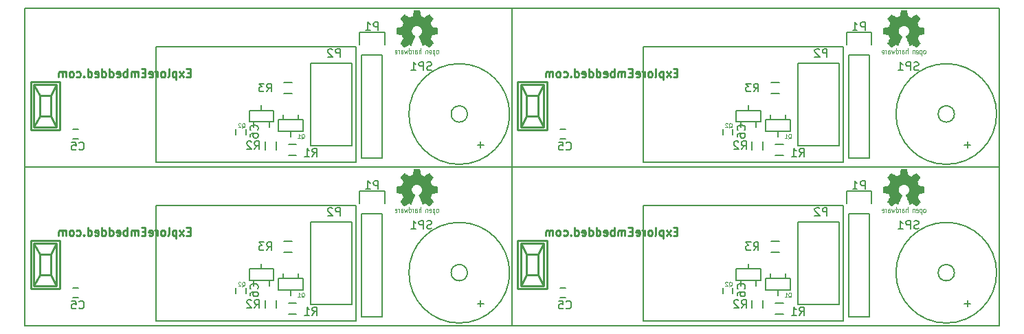
<source format=gbr>
G04 #@! TF.FileFunction,Legend,Bot*
%FSLAX46Y46*%
G04 Gerber Fmt 4.6, Leading zero omitted, Abs format (unit mm)*
G04 Created by KiCad (PCBNEW (2015-01-16 BZR 5376)-product) date 1/21/2016 3:46:14 PM*
%MOMM*%
G01*
G04 APERTURE LIST*
%ADD10C,0.100000*%
%ADD11C,0.250000*%
%ADD12C,0.150000*%
%ADD13C,0.075000*%
%ADD14C,0.002540*%
%ADD15C,0.254000*%
%ADD16C,0.127000*%
%ADD17C,0.152400*%
%ADD18C,0.099060*%
G04 APERTURE END LIST*
D10*
D11*
X166345239Y-84928571D02*
X166011905Y-84928571D01*
X165869048Y-85452381D02*
X166345239Y-85452381D01*
X166345239Y-84452381D01*
X165869048Y-84452381D01*
X165535715Y-85452381D02*
X165011905Y-84785714D01*
X165535715Y-84785714D02*
X165011905Y-85452381D01*
X164630953Y-84785714D02*
X164630953Y-85785714D01*
X164630953Y-84833333D02*
X164535715Y-84785714D01*
X164345238Y-84785714D01*
X164250000Y-84833333D01*
X164202381Y-84880952D01*
X164154762Y-84976190D01*
X164154762Y-85261905D01*
X164202381Y-85357143D01*
X164250000Y-85404762D01*
X164345238Y-85452381D01*
X164535715Y-85452381D01*
X164630953Y-85404762D01*
X163583334Y-85452381D02*
X163678572Y-85404762D01*
X163726191Y-85309524D01*
X163726191Y-84452381D01*
X163059524Y-85452381D02*
X163154762Y-85404762D01*
X163202381Y-85357143D01*
X163250000Y-85261905D01*
X163250000Y-84976190D01*
X163202381Y-84880952D01*
X163154762Y-84833333D01*
X163059524Y-84785714D01*
X162916666Y-84785714D01*
X162821428Y-84833333D01*
X162773809Y-84880952D01*
X162726190Y-84976190D01*
X162726190Y-85261905D01*
X162773809Y-85357143D01*
X162821428Y-85404762D01*
X162916666Y-85452381D01*
X163059524Y-85452381D01*
X162297619Y-85452381D02*
X162297619Y-84785714D01*
X162297619Y-84976190D02*
X162250000Y-84880952D01*
X162202381Y-84833333D01*
X162107143Y-84785714D01*
X162011904Y-84785714D01*
X161297618Y-85404762D02*
X161392856Y-85452381D01*
X161583333Y-85452381D01*
X161678571Y-85404762D01*
X161726190Y-85309524D01*
X161726190Y-84928571D01*
X161678571Y-84833333D01*
X161583333Y-84785714D01*
X161392856Y-84785714D01*
X161297618Y-84833333D01*
X161249999Y-84928571D01*
X161249999Y-85023810D01*
X161726190Y-85119048D01*
X160821428Y-84928571D02*
X160488094Y-84928571D01*
X160345237Y-85452381D02*
X160821428Y-85452381D01*
X160821428Y-84452381D01*
X160345237Y-84452381D01*
X159916666Y-85452381D02*
X159916666Y-84785714D01*
X159916666Y-84880952D02*
X159869047Y-84833333D01*
X159773809Y-84785714D01*
X159630951Y-84785714D01*
X159535713Y-84833333D01*
X159488094Y-84928571D01*
X159488094Y-85452381D01*
X159488094Y-84928571D02*
X159440475Y-84833333D01*
X159345237Y-84785714D01*
X159202380Y-84785714D01*
X159107142Y-84833333D01*
X159059523Y-84928571D01*
X159059523Y-85452381D01*
X158583333Y-85452381D02*
X158583333Y-84452381D01*
X158583333Y-84833333D02*
X158488095Y-84785714D01*
X158297618Y-84785714D01*
X158202380Y-84833333D01*
X158154761Y-84880952D01*
X158107142Y-84976190D01*
X158107142Y-85261905D01*
X158154761Y-85357143D01*
X158202380Y-85404762D01*
X158297618Y-85452381D01*
X158488095Y-85452381D01*
X158583333Y-85404762D01*
X157297618Y-85404762D02*
X157392856Y-85452381D01*
X157583333Y-85452381D01*
X157678571Y-85404762D01*
X157726190Y-85309524D01*
X157726190Y-84928571D01*
X157678571Y-84833333D01*
X157583333Y-84785714D01*
X157392856Y-84785714D01*
X157297618Y-84833333D01*
X157249999Y-84928571D01*
X157249999Y-85023810D01*
X157726190Y-85119048D01*
X156392856Y-85452381D02*
X156392856Y-84452381D01*
X156392856Y-85404762D02*
X156488094Y-85452381D01*
X156678571Y-85452381D01*
X156773809Y-85404762D01*
X156821428Y-85357143D01*
X156869047Y-85261905D01*
X156869047Y-84976190D01*
X156821428Y-84880952D01*
X156773809Y-84833333D01*
X156678571Y-84785714D01*
X156488094Y-84785714D01*
X156392856Y-84833333D01*
X155488094Y-85452381D02*
X155488094Y-84452381D01*
X155488094Y-85404762D02*
X155583332Y-85452381D01*
X155773809Y-85452381D01*
X155869047Y-85404762D01*
X155916666Y-85357143D01*
X155964285Y-85261905D01*
X155964285Y-84976190D01*
X155916666Y-84880952D01*
X155869047Y-84833333D01*
X155773809Y-84785714D01*
X155583332Y-84785714D01*
X155488094Y-84833333D01*
X154630951Y-85404762D02*
X154726189Y-85452381D01*
X154916666Y-85452381D01*
X155011904Y-85404762D01*
X155059523Y-85309524D01*
X155059523Y-84928571D01*
X155011904Y-84833333D01*
X154916666Y-84785714D01*
X154726189Y-84785714D01*
X154630951Y-84833333D01*
X154583332Y-84928571D01*
X154583332Y-85023810D01*
X155059523Y-85119048D01*
X153726189Y-85452381D02*
X153726189Y-84452381D01*
X153726189Y-85404762D02*
X153821427Y-85452381D01*
X154011904Y-85452381D01*
X154107142Y-85404762D01*
X154154761Y-85357143D01*
X154202380Y-85261905D01*
X154202380Y-84976190D01*
X154154761Y-84880952D01*
X154107142Y-84833333D01*
X154011904Y-84785714D01*
X153821427Y-84785714D01*
X153726189Y-84833333D01*
X153249999Y-85357143D02*
X153202380Y-85404762D01*
X153249999Y-85452381D01*
X153297618Y-85404762D01*
X153249999Y-85357143D01*
X153249999Y-85452381D01*
X152345237Y-85404762D02*
X152440475Y-85452381D01*
X152630952Y-85452381D01*
X152726190Y-85404762D01*
X152773809Y-85357143D01*
X152821428Y-85261905D01*
X152821428Y-84976190D01*
X152773809Y-84880952D01*
X152726190Y-84833333D01*
X152630952Y-84785714D01*
X152440475Y-84785714D01*
X152345237Y-84833333D01*
X151773809Y-85452381D02*
X151869047Y-85404762D01*
X151916666Y-85357143D01*
X151964285Y-85261905D01*
X151964285Y-84976190D01*
X151916666Y-84880952D01*
X151869047Y-84833333D01*
X151773809Y-84785714D01*
X151630951Y-84785714D01*
X151535713Y-84833333D01*
X151488094Y-84880952D01*
X151440475Y-84976190D01*
X151440475Y-85261905D01*
X151488094Y-85357143D01*
X151535713Y-85404762D01*
X151630951Y-85452381D01*
X151773809Y-85452381D01*
X151011904Y-85452381D02*
X151011904Y-84785714D01*
X151011904Y-84880952D02*
X150964285Y-84833333D01*
X150869047Y-84785714D01*
X150726189Y-84785714D01*
X150630951Y-84833333D01*
X150583332Y-84928571D01*
X150583332Y-85452381D01*
X150583332Y-84928571D02*
X150535713Y-84833333D01*
X150440475Y-84785714D01*
X150297618Y-84785714D01*
X150202380Y-84833333D01*
X150154761Y-84928571D01*
X150154761Y-85452381D01*
D12*
X206000000Y-77500000D02*
X206000000Y-77000000D01*
X206000000Y-77000000D02*
X146000000Y-77000000D01*
X146000000Y-77000000D02*
X146000000Y-96500000D01*
X146000000Y-96500000D02*
X206000000Y-96500000D01*
X206000000Y-96500000D02*
X206000000Y-77500000D01*
X206000000Y-116050000D02*
X206000000Y-97050000D01*
X146000000Y-116050000D02*
X206000000Y-116050000D01*
X146000000Y-96550000D02*
X146000000Y-116050000D01*
X206000000Y-96550000D02*
X146000000Y-96550000D01*
X206000000Y-97050000D02*
X206000000Y-96550000D01*
D11*
X166345239Y-104478571D02*
X166011905Y-104478571D01*
X165869048Y-105002381D02*
X166345239Y-105002381D01*
X166345239Y-104002381D01*
X165869048Y-104002381D01*
X165535715Y-105002381D02*
X165011905Y-104335714D01*
X165535715Y-104335714D02*
X165011905Y-105002381D01*
X164630953Y-104335714D02*
X164630953Y-105335714D01*
X164630953Y-104383333D02*
X164535715Y-104335714D01*
X164345238Y-104335714D01*
X164250000Y-104383333D01*
X164202381Y-104430952D01*
X164154762Y-104526190D01*
X164154762Y-104811905D01*
X164202381Y-104907143D01*
X164250000Y-104954762D01*
X164345238Y-105002381D01*
X164535715Y-105002381D01*
X164630953Y-104954762D01*
X163583334Y-105002381D02*
X163678572Y-104954762D01*
X163726191Y-104859524D01*
X163726191Y-104002381D01*
X163059524Y-105002381D02*
X163154762Y-104954762D01*
X163202381Y-104907143D01*
X163250000Y-104811905D01*
X163250000Y-104526190D01*
X163202381Y-104430952D01*
X163154762Y-104383333D01*
X163059524Y-104335714D01*
X162916666Y-104335714D01*
X162821428Y-104383333D01*
X162773809Y-104430952D01*
X162726190Y-104526190D01*
X162726190Y-104811905D01*
X162773809Y-104907143D01*
X162821428Y-104954762D01*
X162916666Y-105002381D01*
X163059524Y-105002381D01*
X162297619Y-105002381D02*
X162297619Y-104335714D01*
X162297619Y-104526190D02*
X162250000Y-104430952D01*
X162202381Y-104383333D01*
X162107143Y-104335714D01*
X162011904Y-104335714D01*
X161297618Y-104954762D02*
X161392856Y-105002381D01*
X161583333Y-105002381D01*
X161678571Y-104954762D01*
X161726190Y-104859524D01*
X161726190Y-104478571D01*
X161678571Y-104383333D01*
X161583333Y-104335714D01*
X161392856Y-104335714D01*
X161297618Y-104383333D01*
X161249999Y-104478571D01*
X161249999Y-104573810D01*
X161726190Y-104669048D01*
X160821428Y-104478571D02*
X160488094Y-104478571D01*
X160345237Y-105002381D02*
X160821428Y-105002381D01*
X160821428Y-104002381D01*
X160345237Y-104002381D01*
X159916666Y-105002381D02*
X159916666Y-104335714D01*
X159916666Y-104430952D02*
X159869047Y-104383333D01*
X159773809Y-104335714D01*
X159630951Y-104335714D01*
X159535713Y-104383333D01*
X159488094Y-104478571D01*
X159488094Y-105002381D01*
X159488094Y-104478571D02*
X159440475Y-104383333D01*
X159345237Y-104335714D01*
X159202380Y-104335714D01*
X159107142Y-104383333D01*
X159059523Y-104478571D01*
X159059523Y-105002381D01*
X158583333Y-105002381D02*
X158583333Y-104002381D01*
X158583333Y-104383333D02*
X158488095Y-104335714D01*
X158297618Y-104335714D01*
X158202380Y-104383333D01*
X158154761Y-104430952D01*
X158107142Y-104526190D01*
X158107142Y-104811905D01*
X158154761Y-104907143D01*
X158202380Y-104954762D01*
X158297618Y-105002381D01*
X158488095Y-105002381D01*
X158583333Y-104954762D01*
X157297618Y-104954762D02*
X157392856Y-105002381D01*
X157583333Y-105002381D01*
X157678571Y-104954762D01*
X157726190Y-104859524D01*
X157726190Y-104478571D01*
X157678571Y-104383333D01*
X157583333Y-104335714D01*
X157392856Y-104335714D01*
X157297618Y-104383333D01*
X157249999Y-104478571D01*
X157249999Y-104573810D01*
X157726190Y-104669048D01*
X156392856Y-105002381D02*
X156392856Y-104002381D01*
X156392856Y-104954762D02*
X156488094Y-105002381D01*
X156678571Y-105002381D01*
X156773809Y-104954762D01*
X156821428Y-104907143D01*
X156869047Y-104811905D01*
X156869047Y-104526190D01*
X156821428Y-104430952D01*
X156773809Y-104383333D01*
X156678571Y-104335714D01*
X156488094Y-104335714D01*
X156392856Y-104383333D01*
X155488094Y-105002381D02*
X155488094Y-104002381D01*
X155488094Y-104954762D02*
X155583332Y-105002381D01*
X155773809Y-105002381D01*
X155869047Y-104954762D01*
X155916666Y-104907143D01*
X155964285Y-104811905D01*
X155964285Y-104526190D01*
X155916666Y-104430952D01*
X155869047Y-104383333D01*
X155773809Y-104335714D01*
X155583332Y-104335714D01*
X155488094Y-104383333D01*
X154630951Y-104954762D02*
X154726189Y-105002381D01*
X154916666Y-105002381D01*
X155011904Y-104954762D01*
X155059523Y-104859524D01*
X155059523Y-104478571D01*
X155011904Y-104383333D01*
X154916666Y-104335714D01*
X154726189Y-104335714D01*
X154630951Y-104383333D01*
X154583332Y-104478571D01*
X154583332Y-104573810D01*
X155059523Y-104669048D01*
X153726189Y-105002381D02*
X153726189Y-104002381D01*
X153726189Y-104954762D02*
X153821427Y-105002381D01*
X154011904Y-105002381D01*
X154107142Y-104954762D01*
X154154761Y-104907143D01*
X154202380Y-104811905D01*
X154202380Y-104526190D01*
X154154761Y-104430952D01*
X154107142Y-104383333D01*
X154011904Y-104335714D01*
X153821427Y-104335714D01*
X153726189Y-104383333D01*
X153249999Y-104907143D02*
X153202380Y-104954762D01*
X153249999Y-105002381D01*
X153297618Y-104954762D01*
X153249999Y-104907143D01*
X153249999Y-105002381D01*
X152345237Y-104954762D02*
X152440475Y-105002381D01*
X152630952Y-105002381D01*
X152726190Y-104954762D01*
X152773809Y-104907143D01*
X152821428Y-104811905D01*
X152821428Y-104526190D01*
X152773809Y-104430952D01*
X152726190Y-104383333D01*
X152630952Y-104335714D01*
X152440475Y-104335714D01*
X152345237Y-104383333D01*
X151773809Y-105002381D02*
X151869047Y-104954762D01*
X151916666Y-104907143D01*
X151964285Y-104811905D01*
X151964285Y-104526190D01*
X151916666Y-104430952D01*
X151869047Y-104383333D01*
X151773809Y-104335714D01*
X151630951Y-104335714D01*
X151535713Y-104383333D01*
X151488094Y-104430952D01*
X151440475Y-104526190D01*
X151440475Y-104811905D01*
X151488094Y-104907143D01*
X151535713Y-104954762D01*
X151630951Y-105002381D01*
X151773809Y-105002381D01*
X151011904Y-105002381D02*
X151011904Y-104335714D01*
X151011904Y-104430952D02*
X150964285Y-104383333D01*
X150869047Y-104335714D01*
X150726189Y-104335714D01*
X150630951Y-104383333D01*
X150583332Y-104478571D01*
X150583332Y-105002381D01*
X150583332Y-104478571D02*
X150535713Y-104383333D01*
X150440475Y-104335714D01*
X150297618Y-104335714D01*
X150202380Y-104383333D01*
X150154761Y-104478571D01*
X150154761Y-105002381D01*
X106345239Y-104478571D02*
X106011905Y-104478571D01*
X105869048Y-105002381D02*
X106345239Y-105002381D01*
X106345239Y-104002381D01*
X105869048Y-104002381D01*
X105535715Y-105002381D02*
X105011905Y-104335714D01*
X105535715Y-104335714D02*
X105011905Y-105002381D01*
X104630953Y-104335714D02*
X104630953Y-105335714D01*
X104630953Y-104383333D02*
X104535715Y-104335714D01*
X104345238Y-104335714D01*
X104250000Y-104383333D01*
X104202381Y-104430952D01*
X104154762Y-104526190D01*
X104154762Y-104811905D01*
X104202381Y-104907143D01*
X104250000Y-104954762D01*
X104345238Y-105002381D01*
X104535715Y-105002381D01*
X104630953Y-104954762D01*
X103583334Y-105002381D02*
X103678572Y-104954762D01*
X103726191Y-104859524D01*
X103726191Y-104002381D01*
X103059524Y-105002381D02*
X103154762Y-104954762D01*
X103202381Y-104907143D01*
X103250000Y-104811905D01*
X103250000Y-104526190D01*
X103202381Y-104430952D01*
X103154762Y-104383333D01*
X103059524Y-104335714D01*
X102916666Y-104335714D01*
X102821428Y-104383333D01*
X102773809Y-104430952D01*
X102726190Y-104526190D01*
X102726190Y-104811905D01*
X102773809Y-104907143D01*
X102821428Y-104954762D01*
X102916666Y-105002381D01*
X103059524Y-105002381D01*
X102297619Y-105002381D02*
X102297619Y-104335714D01*
X102297619Y-104526190D02*
X102250000Y-104430952D01*
X102202381Y-104383333D01*
X102107143Y-104335714D01*
X102011904Y-104335714D01*
X101297618Y-104954762D02*
X101392856Y-105002381D01*
X101583333Y-105002381D01*
X101678571Y-104954762D01*
X101726190Y-104859524D01*
X101726190Y-104478571D01*
X101678571Y-104383333D01*
X101583333Y-104335714D01*
X101392856Y-104335714D01*
X101297618Y-104383333D01*
X101249999Y-104478571D01*
X101249999Y-104573810D01*
X101726190Y-104669048D01*
X100821428Y-104478571D02*
X100488094Y-104478571D01*
X100345237Y-105002381D02*
X100821428Y-105002381D01*
X100821428Y-104002381D01*
X100345237Y-104002381D01*
X99916666Y-105002381D02*
X99916666Y-104335714D01*
X99916666Y-104430952D02*
X99869047Y-104383333D01*
X99773809Y-104335714D01*
X99630951Y-104335714D01*
X99535713Y-104383333D01*
X99488094Y-104478571D01*
X99488094Y-105002381D01*
X99488094Y-104478571D02*
X99440475Y-104383333D01*
X99345237Y-104335714D01*
X99202380Y-104335714D01*
X99107142Y-104383333D01*
X99059523Y-104478571D01*
X99059523Y-105002381D01*
X98583333Y-105002381D02*
X98583333Y-104002381D01*
X98583333Y-104383333D02*
X98488095Y-104335714D01*
X98297618Y-104335714D01*
X98202380Y-104383333D01*
X98154761Y-104430952D01*
X98107142Y-104526190D01*
X98107142Y-104811905D01*
X98154761Y-104907143D01*
X98202380Y-104954762D01*
X98297618Y-105002381D01*
X98488095Y-105002381D01*
X98583333Y-104954762D01*
X97297618Y-104954762D02*
X97392856Y-105002381D01*
X97583333Y-105002381D01*
X97678571Y-104954762D01*
X97726190Y-104859524D01*
X97726190Y-104478571D01*
X97678571Y-104383333D01*
X97583333Y-104335714D01*
X97392856Y-104335714D01*
X97297618Y-104383333D01*
X97249999Y-104478571D01*
X97249999Y-104573810D01*
X97726190Y-104669048D01*
X96392856Y-105002381D02*
X96392856Y-104002381D01*
X96392856Y-104954762D02*
X96488094Y-105002381D01*
X96678571Y-105002381D01*
X96773809Y-104954762D01*
X96821428Y-104907143D01*
X96869047Y-104811905D01*
X96869047Y-104526190D01*
X96821428Y-104430952D01*
X96773809Y-104383333D01*
X96678571Y-104335714D01*
X96488094Y-104335714D01*
X96392856Y-104383333D01*
X95488094Y-105002381D02*
X95488094Y-104002381D01*
X95488094Y-104954762D02*
X95583332Y-105002381D01*
X95773809Y-105002381D01*
X95869047Y-104954762D01*
X95916666Y-104907143D01*
X95964285Y-104811905D01*
X95964285Y-104526190D01*
X95916666Y-104430952D01*
X95869047Y-104383333D01*
X95773809Y-104335714D01*
X95583332Y-104335714D01*
X95488094Y-104383333D01*
X94630951Y-104954762D02*
X94726189Y-105002381D01*
X94916666Y-105002381D01*
X95011904Y-104954762D01*
X95059523Y-104859524D01*
X95059523Y-104478571D01*
X95011904Y-104383333D01*
X94916666Y-104335714D01*
X94726189Y-104335714D01*
X94630951Y-104383333D01*
X94583332Y-104478571D01*
X94583332Y-104573810D01*
X95059523Y-104669048D01*
X93726189Y-105002381D02*
X93726189Y-104002381D01*
X93726189Y-104954762D02*
X93821427Y-105002381D01*
X94011904Y-105002381D01*
X94107142Y-104954762D01*
X94154761Y-104907143D01*
X94202380Y-104811905D01*
X94202380Y-104526190D01*
X94154761Y-104430952D01*
X94107142Y-104383333D01*
X94011904Y-104335714D01*
X93821427Y-104335714D01*
X93726189Y-104383333D01*
X93249999Y-104907143D02*
X93202380Y-104954762D01*
X93249999Y-105002381D01*
X93297618Y-104954762D01*
X93249999Y-104907143D01*
X93249999Y-105002381D01*
X92345237Y-104954762D02*
X92440475Y-105002381D01*
X92630952Y-105002381D01*
X92726190Y-104954762D01*
X92773809Y-104907143D01*
X92821428Y-104811905D01*
X92821428Y-104526190D01*
X92773809Y-104430952D01*
X92726190Y-104383333D01*
X92630952Y-104335714D01*
X92440475Y-104335714D01*
X92345237Y-104383333D01*
X91773809Y-105002381D02*
X91869047Y-104954762D01*
X91916666Y-104907143D01*
X91964285Y-104811905D01*
X91964285Y-104526190D01*
X91916666Y-104430952D01*
X91869047Y-104383333D01*
X91773809Y-104335714D01*
X91630951Y-104335714D01*
X91535713Y-104383333D01*
X91488094Y-104430952D01*
X91440475Y-104526190D01*
X91440475Y-104811905D01*
X91488094Y-104907143D01*
X91535713Y-104954762D01*
X91630951Y-105002381D01*
X91773809Y-105002381D01*
X91011904Y-105002381D02*
X91011904Y-104335714D01*
X91011904Y-104430952D02*
X90964285Y-104383333D01*
X90869047Y-104335714D01*
X90726189Y-104335714D01*
X90630951Y-104383333D01*
X90583332Y-104478571D01*
X90583332Y-105002381D01*
X90583332Y-104478571D02*
X90535713Y-104383333D01*
X90440475Y-104335714D01*
X90297618Y-104335714D01*
X90202380Y-104383333D01*
X90154761Y-104478571D01*
X90154761Y-105002381D01*
D12*
X146000000Y-97050000D02*
X146000000Y-96550000D01*
X146000000Y-96550000D02*
X86000000Y-96550000D01*
X86000000Y-96550000D02*
X86000000Y-116050000D01*
X86000000Y-116050000D02*
X146000000Y-116050000D01*
X146000000Y-116050000D02*
X146000000Y-97050000D01*
X146000000Y-96500000D02*
X146000000Y-77500000D01*
X86000000Y-96500000D02*
X146000000Y-96500000D01*
X86000000Y-77000000D02*
X86000000Y-96500000D01*
X146000000Y-77000000D02*
X86000000Y-77000000D01*
X146000000Y-77500000D02*
X146000000Y-77000000D01*
D11*
X106345239Y-84928571D02*
X106011905Y-84928571D01*
X105869048Y-85452381D02*
X106345239Y-85452381D01*
X106345239Y-84452381D01*
X105869048Y-84452381D01*
X105535715Y-85452381D02*
X105011905Y-84785714D01*
X105535715Y-84785714D02*
X105011905Y-85452381D01*
X104630953Y-84785714D02*
X104630953Y-85785714D01*
X104630953Y-84833333D02*
X104535715Y-84785714D01*
X104345238Y-84785714D01*
X104250000Y-84833333D01*
X104202381Y-84880952D01*
X104154762Y-84976190D01*
X104154762Y-85261905D01*
X104202381Y-85357143D01*
X104250000Y-85404762D01*
X104345238Y-85452381D01*
X104535715Y-85452381D01*
X104630953Y-85404762D01*
X103583334Y-85452381D02*
X103678572Y-85404762D01*
X103726191Y-85309524D01*
X103726191Y-84452381D01*
X103059524Y-85452381D02*
X103154762Y-85404762D01*
X103202381Y-85357143D01*
X103250000Y-85261905D01*
X103250000Y-84976190D01*
X103202381Y-84880952D01*
X103154762Y-84833333D01*
X103059524Y-84785714D01*
X102916666Y-84785714D01*
X102821428Y-84833333D01*
X102773809Y-84880952D01*
X102726190Y-84976190D01*
X102726190Y-85261905D01*
X102773809Y-85357143D01*
X102821428Y-85404762D01*
X102916666Y-85452381D01*
X103059524Y-85452381D01*
X102297619Y-85452381D02*
X102297619Y-84785714D01*
X102297619Y-84976190D02*
X102250000Y-84880952D01*
X102202381Y-84833333D01*
X102107143Y-84785714D01*
X102011904Y-84785714D01*
X101297618Y-85404762D02*
X101392856Y-85452381D01*
X101583333Y-85452381D01*
X101678571Y-85404762D01*
X101726190Y-85309524D01*
X101726190Y-84928571D01*
X101678571Y-84833333D01*
X101583333Y-84785714D01*
X101392856Y-84785714D01*
X101297618Y-84833333D01*
X101249999Y-84928571D01*
X101249999Y-85023810D01*
X101726190Y-85119048D01*
X100821428Y-84928571D02*
X100488094Y-84928571D01*
X100345237Y-85452381D02*
X100821428Y-85452381D01*
X100821428Y-84452381D01*
X100345237Y-84452381D01*
X99916666Y-85452381D02*
X99916666Y-84785714D01*
X99916666Y-84880952D02*
X99869047Y-84833333D01*
X99773809Y-84785714D01*
X99630951Y-84785714D01*
X99535713Y-84833333D01*
X99488094Y-84928571D01*
X99488094Y-85452381D01*
X99488094Y-84928571D02*
X99440475Y-84833333D01*
X99345237Y-84785714D01*
X99202380Y-84785714D01*
X99107142Y-84833333D01*
X99059523Y-84928571D01*
X99059523Y-85452381D01*
X98583333Y-85452381D02*
X98583333Y-84452381D01*
X98583333Y-84833333D02*
X98488095Y-84785714D01*
X98297618Y-84785714D01*
X98202380Y-84833333D01*
X98154761Y-84880952D01*
X98107142Y-84976190D01*
X98107142Y-85261905D01*
X98154761Y-85357143D01*
X98202380Y-85404762D01*
X98297618Y-85452381D01*
X98488095Y-85452381D01*
X98583333Y-85404762D01*
X97297618Y-85404762D02*
X97392856Y-85452381D01*
X97583333Y-85452381D01*
X97678571Y-85404762D01*
X97726190Y-85309524D01*
X97726190Y-84928571D01*
X97678571Y-84833333D01*
X97583333Y-84785714D01*
X97392856Y-84785714D01*
X97297618Y-84833333D01*
X97249999Y-84928571D01*
X97249999Y-85023810D01*
X97726190Y-85119048D01*
X96392856Y-85452381D02*
X96392856Y-84452381D01*
X96392856Y-85404762D02*
X96488094Y-85452381D01*
X96678571Y-85452381D01*
X96773809Y-85404762D01*
X96821428Y-85357143D01*
X96869047Y-85261905D01*
X96869047Y-84976190D01*
X96821428Y-84880952D01*
X96773809Y-84833333D01*
X96678571Y-84785714D01*
X96488094Y-84785714D01*
X96392856Y-84833333D01*
X95488094Y-85452381D02*
X95488094Y-84452381D01*
X95488094Y-85404762D02*
X95583332Y-85452381D01*
X95773809Y-85452381D01*
X95869047Y-85404762D01*
X95916666Y-85357143D01*
X95964285Y-85261905D01*
X95964285Y-84976190D01*
X95916666Y-84880952D01*
X95869047Y-84833333D01*
X95773809Y-84785714D01*
X95583332Y-84785714D01*
X95488094Y-84833333D01*
X94630951Y-85404762D02*
X94726189Y-85452381D01*
X94916666Y-85452381D01*
X95011904Y-85404762D01*
X95059523Y-85309524D01*
X95059523Y-84928571D01*
X95011904Y-84833333D01*
X94916666Y-84785714D01*
X94726189Y-84785714D01*
X94630951Y-84833333D01*
X94583332Y-84928571D01*
X94583332Y-85023810D01*
X95059523Y-85119048D01*
X93726189Y-85452381D02*
X93726189Y-84452381D01*
X93726189Y-85404762D02*
X93821427Y-85452381D01*
X94011904Y-85452381D01*
X94107142Y-85404762D01*
X94154761Y-85357143D01*
X94202380Y-85261905D01*
X94202380Y-84976190D01*
X94154761Y-84880952D01*
X94107142Y-84833333D01*
X94011904Y-84785714D01*
X93821427Y-84785714D01*
X93726189Y-84833333D01*
X93249999Y-85357143D02*
X93202380Y-85404762D01*
X93249999Y-85452381D01*
X93297618Y-85404762D01*
X93249999Y-85357143D01*
X93249999Y-85452381D01*
X92345237Y-85404762D02*
X92440475Y-85452381D01*
X92630952Y-85452381D01*
X92726190Y-85404762D01*
X92773809Y-85357143D01*
X92821428Y-85261905D01*
X92821428Y-84976190D01*
X92773809Y-84880952D01*
X92726190Y-84833333D01*
X92630952Y-84785714D01*
X92440475Y-84785714D01*
X92345237Y-84833333D01*
X91773809Y-85452381D02*
X91869047Y-85404762D01*
X91916666Y-85357143D01*
X91964285Y-85261905D01*
X91964285Y-84976190D01*
X91916666Y-84880952D01*
X91869047Y-84833333D01*
X91773809Y-84785714D01*
X91630951Y-84785714D01*
X91535713Y-84833333D01*
X91488094Y-84880952D01*
X91440475Y-84976190D01*
X91440475Y-85261905D01*
X91488094Y-85357143D01*
X91535713Y-85404762D01*
X91630951Y-85452381D01*
X91773809Y-85452381D01*
X91011904Y-85452381D02*
X91011904Y-84785714D01*
X91011904Y-84880952D02*
X90964285Y-84833333D01*
X90869047Y-84785714D01*
X90726189Y-84785714D01*
X90630951Y-84833333D01*
X90583332Y-84928571D01*
X90583332Y-85452381D01*
X90583332Y-84928571D02*
X90535713Y-84833333D01*
X90440475Y-84785714D01*
X90297618Y-84785714D01*
X90202380Y-84833333D01*
X90154761Y-84928571D01*
X90154761Y-85452381D01*
D12*
X187480000Y-82770000D02*
X187480000Y-95470000D01*
X187480000Y-95470000D02*
X190020000Y-95470000D01*
X190020000Y-95470000D02*
X190020000Y-82770000D01*
X187200000Y-79950000D02*
X187200000Y-81500000D01*
X187480000Y-82770000D02*
X190020000Y-82770000D01*
X190300000Y-81500000D02*
X190300000Y-79950000D01*
X190300000Y-79950000D02*
X187200000Y-79950000D01*
D13*
X192090000Y-82120000D02*
X192090000Y-82580000D01*
X192000000Y-82120000D02*
X191950000Y-82120000D01*
X192050000Y-82150000D02*
X192000000Y-82120000D01*
X192070000Y-82170000D02*
X192050000Y-82150000D01*
X192090000Y-82240000D02*
X192070000Y-82170000D01*
X191650000Y-82580000D02*
X191600000Y-82550000D01*
X191750000Y-82580000D02*
X191650000Y-82580000D01*
X191790000Y-82550000D02*
X191750000Y-82580000D01*
X191810000Y-82480000D02*
X191790000Y-82550000D01*
X191810000Y-82210000D02*
X191810000Y-82480000D01*
X191780000Y-82150000D02*
X191810000Y-82210000D01*
X191740000Y-82120000D02*
X191780000Y-82150000D01*
X191640000Y-82120000D02*
X191740000Y-82120000D01*
X191600000Y-82160000D02*
X191640000Y-82120000D01*
X191580000Y-82230000D02*
X191600000Y-82160000D01*
X191580000Y-82350000D02*
X191580000Y-82230000D01*
X191580000Y-82350000D02*
X191810000Y-82350000D01*
X192330000Y-82210000D02*
X192330000Y-82580000D01*
X192360000Y-82150000D02*
X192330000Y-82210000D01*
X192400000Y-82120000D02*
X192360000Y-82150000D01*
X192500000Y-82120000D02*
X192400000Y-82120000D01*
X192550000Y-82150000D02*
X192500000Y-82120000D01*
X192490000Y-82310000D02*
X192540000Y-82340000D01*
X192370000Y-82310000D02*
X192490000Y-82310000D01*
X192330000Y-82280000D02*
X192370000Y-82310000D01*
X192380000Y-82580000D02*
X192330000Y-82540000D01*
X192500000Y-82580000D02*
X192380000Y-82580000D01*
X192550000Y-82540000D02*
X192500000Y-82580000D01*
X192570000Y-82480000D02*
X192550000Y-82540000D01*
X192570000Y-82410000D02*
X192570000Y-82480000D01*
X192540000Y-82340000D02*
X192570000Y-82410000D01*
X193120000Y-82120000D02*
X193020000Y-82580000D01*
X193020000Y-82580000D02*
X192930000Y-82240000D01*
X192930000Y-82240000D02*
X192830000Y-82580000D01*
X192830000Y-82580000D02*
X192730000Y-82120000D01*
X193310000Y-82550000D02*
X193350000Y-82580000D01*
X193350000Y-82580000D02*
X193460000Y-82580000D01*
X193460000Y-82580000D02*
X193500000Y-82550000D01*
X193500000Y-82550000D02*
X193520000Y-82520000D01*
X193520000Y-82520000D02*
X193550000Y-82450000D01*
X193550000Y-82450000D02*
X193550000Y-82250000D01*
X193550000Y-82250000D02*
X193520000Y-82180000D01*
X193520000Y-82180000D02*
X193500000Y-82150000D01*
X193500000Y-82150000D02*
X193440000Y-82110000D01*
X193440000Y-82110000D02*
X193370000Y-82110000D01*
X193370000Y-82110000D02*
X193310000Y-82150000D01*
X193310000Y-81880000D02*
X193310000Y-82580000D01*
X193830000Y-82240000D02*
X193810000Y-82170000D01*
X193810000Y-82170000D02*
X193790000Y-82150000D01*
X193790000Y-82150000D02*
X193740000Y-82120000D01*
X193740000Y-82120000D02*
X193690000Y-82120000D01*
X193830000Y-82120000D02*
X193830000Y-82580000D01*
X194280000Y-82340000D02*
X194310000Y-82410000D01*
X194310000Y-82410000D02*
X194310000Y-82480000D01*
X194310000Y-82480000D02*
X194290000Y-82540000D01*
X194290000Y-82540000D02*
X194240000Y-82580000D01*
X194240000Y-82580000D02*
X194120000Y-82580000D01*
X194120000Y-82580000D02*
X194070000Y-82540000D01*
X194070000Y-82280000D02*
X194110000Y-82310000D01*
X194110000Y-82310000D02*
X194230000Y-82310000D01*
X194230000Y-82310000D02*
X194280000Y-82340000D01*
X194290000Y-82150000D02*
X194240000Y-82120000D01*
X194240000Y-82120000D02*
X194140000Y-82120000D01*
X194140000Y-82120000D02*
X194100000Y-82150000D01*
X194100000Y-82150000D02*
X194070000Y-82210000D01*
X194070000Y-82210000D02*
X194070000Y-82580000D01*
X194740000Y-82190000D02*
X194720000Y-82150000D01*
X194720000Y-82150000D02*
X194670000Y-82120000D01*
X194670000Y-82120000D02*
X194590000Y-82120000D01*
X194590000Y-82120000D02*
X194550000Y-82150000D01*
X194550000Y-82150000D02*
X194530000Y-82210000D01*
X194530000Y-82210000D02*
X194530000Y-82580000D01*
X194740000Y-81880000D02*
X194740000Y-82580000D01*
X195790000Y-82350000D02*
X196020000Y-82350000D01*
X195570000Y-82180000D02*
X195550000Y-82150000D01*
X195550000Y-82150000D02*
X195510000Y-82120000D01*
X195510000Y-82120000D02*
X195420000Y-82120000D01*
X195420000Y-82120000D02*
X195380000Y-82150000D01*
X195380000Y-82150000D02*
X195360000Y-82210000D01*
X195360000Y-82210000D02*
X195360000Y-82580000D01*
X195570000Y-82120000D02*
X195570000Y-82580000D01*
X195790000Y-82350000D02*
X195790000Y-82230000D01*
X195790000Y-82230000D02*
X195810000Y-82160000D01*
X195810000Y-82160000D02*
X195850000Y-82120000D01*
X195850000Y-82120000D02*
X195950000Y-82120000D01*
X195950000Y-82120000D02*
X195990000Y-82150000D01*
X195990000Y-82150000D02*
X196020000Y-82210000D01*
X196020000Y-82210000D02*
X196020000Y-82480000D01*
X196020000Y-82480000D02*
X196000000Y-82550000D01*
X196000000Y-82550000D02*
X195960000Y-82580000D01*
X195960000Y-82580000D02*
X195860000Y-82580000D01*
X195860000Y-82580000D02*
X195810000Y-82550000D01*
X196450000Y-82150000D02*
X196410000Y-82120000D01*
X196410000Y-82120000D02*
X196310000Y-82120000D01*
X196310000Y-82120000D02*
X196270000Y-82150000D01*
X196270000Y-82150000D02*
X196240000Y-82180000D01*
X196240000Y-82180000D02*
X196220000Y-82240000D01*
X196220000Y-82240000D02*
X196220000Y-82460000D01*
X196220000Y-82460000D02*
X196240000Y-82520000D01*
X196240000Y-82520000D02*
X196260000Y-82550000D01*
X196260000Y-82550000D02*
X196300000Y-82580000D01*
X196300000Y-82580000D02*
X196400000Y-82580000D01*
X196400000Y-82580000D02*
X196450000Y-82550000D01*
X196450000Y-82820000D02*
X196450000Y-82120000D01*
X196760000Y-82120000D02*
X196840000Y-82120000D01*
X196840000Y-82120000D02*
X196880000Y-82150000D01*
X196880000Y-82150000D02*
X196900000Y-82180000D01*
X196900000Y-82180000D02*
X196930000Y-82250000D01*
X196840000Y-82580000D02*
X196760000Y-82580000D01*
X196760000Y-82580000D02*
X196710000Y-82550000D01*
X196710000Y-82550000D02*
X196690000Y-82520000D01*
X196690000Y-82520000D02*
X196670000Y-82450000D01*
X196670000Y-82450000D02*
X196670000Y-82250000D01*
X196670000Y-82250000D02*
X196690000Y-82190000D01*
X196690000Y-82190000D02*
X196710000Y-82160000D01*
X196710000Y-82160000D02*
X196760000Y-82120000D01*
X196930000Y-82250000D02*
X196930000Y-82450000D01*
X196930000Y-82450000D02*
X196910000Y-82510000D01*
X196910000Y-82510000D02*
X196890000Y-82540000D01*
X196890000Y-82540000D02*
X196840000Y-82580000D01*
D14*
G36*
X195763840Y-81745360D02*
X195738440Y-81730120D01*
X195680020Y-81694560D01*
X195596200Y-81638680D01*
X195497140Y-81572640D01*
X195398080Y-81506600D01*
X195316800Y-81453260D01*
X195260920Y-81415160D01*
X195235520Y-81402460D01*
X195222820Y-81407540D01*
X195177100Y-81430400D01*
X195108520Y-81465960D01*
X195067880Y-81486280D01*
X195006920Y-81511680D01*
X194973900Y-81519300D01*
X194968820Y-81509140D01*
X194945960Y-81460880D01*
X194910400Y-81379600D01*
X194864680Y-81270380D01*
X194808800Y-81143380D01*
X194752920Y-81008760D01*
X194694500Y-80869060D01*
X194638620Y-80734440D01*
X194590360Y-80615060D01*
X194549720Y-80518540D01*
X194524320Y-80449960D01*
X194514160Y-80422020D01*
X194516700Y-80414400D01*
X194549720Y-80383920D01*
X194603060Y-80343280D01*
X194722440Y-80246760D01*
X194839280Y-80101980D01*
X194910400Y-79936880D01*
X194933260Y-79751460D01*
X194912940Y-79581280D01*
X194846900Y-79418720D01*
X194732600Y-79271400D01*
X194592900Y-79162180D01*
X194430340Y-79093600D01*
X194250000Y-79070740D01*
X194077280Y-79091060D01*
X193909640Y-79157100D01*
X193762320Y-79268860D01*
X193698820Y-79339980D01*
X193612460Y-79489840D01*
X193564200Y-79647320D01*
X193559120Y-79687960D01*
X193566740Y-79863220D01*
X193617540Y-80033400D01*
X193711520Y-80183260D01*
X193841060Y-80307720D01*
X193856300Y-80317880D01*
X193914720Y-80363600D01*
X193955360Y-80394080D01*
X193985840Y-80419480D01*
X193762320Y-80957960D01*
X193726760Y-81041780D01*
X193665800Y-81189100D01*
X193612460Y-81316100D01*
X193569280Y-81417700D01*
X193538800Y-81483740D01*
X193526100Y-81511680D01*
X193526100Y-81514220D01*
X193505780Y-81516760D01*
X193465140Y-81501520D01*
X193388940Y-81465960D01*
X193340680Y-81440560D01*
X193282260Y-81412620D01*
X193256860Y-81402460D01*
X193234000Y-81415160D01*
X193180660Y-81450720D01*
X193099380Y-81504060D01*
X193002860Y-81567560D01*
X192911420Y-81631060D01*
X192827600Y-81686940D01*
X192766640Y-81725040D01*
X192736160Y-81742820D01*
X192731080Y-81742820D01*
X192705680Y-81727580D01*
X192657420Y-81686940D01*
X192583760Y-81618360D01*
X192479620Y-81514220D01*
X192464380Y-81498980D01*
X192378020Y-81412620D01*
X192309440Y-81338960D01*
X192263720Y-81288160D01*
X192245940Y-81265300D01*
X192245940Y-81265300D01*
X192261180Y-81234820D01*
X192299280Y-81173860D01*
X192355160Y-81087500D01*
X192423740Y-80988440D01*
X192601540Y-80729360D01*
X192505020Y-80485520D01*
X192474540Y-80409320D01*
X192436440Y-80320420D01*
X192408500Y-80254380D01*
X192393260Y-80226440D01*
X192367860Y-80216280D01*
X192299280Y-80201040D01*
X192202760Y-80180720D01*
X192088460Y-80160400D01*
X191976700Y-80140080D01*
X191877640Y-80119760D01*
X191806520Y-80107060D01*
X191773500Y-80099440D01*
X191765880Y-80094360D01*
X191758260Y-80079120D01*
X191755720Y-80046100D01*
X191753180Y-79985140D01*
X191750640Y-79891160D01*
X191750640Y-79751460D01*
X191750640Y-79736220D01*
X191753180Y-79606680D01*
X191755720Y-79500000D01*
X191758260Y-79433960D01*
X191763340Y-79406020D01*
X191763340Y-79406020D01*
X191793820Y-79398400D01*
X191864940Y-79383160D01*
X191964000Y-79365380D01*
X192083380Y-79342520D01*
X192091000Y-79339980D01*
X192207840Y-79317120D01*
X192306900Y-79296800D01*
X192378020Y-79281560D01*
X192405960Y-79271400D01*
X192413580Y-79263780D01*
X192436440Y-79218060D01*
X192469460Y-79144400D01*
X192510100Y-79055500D01*
X192548200Y-78961520D01*
X192581220Y-78877700D01*
X192604080Y-78816740D01*
X192611700Y-78788800D01*
X192609160Y-78786260D01*
X192591380Y-78758320D01*
X192550740Y-78697360D01*
X192494860Y-78613540D01*
X192426280Y-78511940D01*
X192421200Y-78504320D01*
X192352620Y-78405260D01*
X192296740Y-78318900D01*
X192261180Y-78260480D01*
X192245940Y-78232540D01*
X192245940Y-78230000D01*
X192268800Y-78199520D01*
X192319600Y-78143640D01*
X192393260Y-78067440D01*
X192479620Y-77978540D01*
X192507560Y-77953140D01*
X192606620Y-77856620D01*
X192672660Y-77795660D01*
X192715840Y-77762640D01*
X192736160Y-77755020D01*
X192736160Y-77755020D01*
X192766640Y-77772800D01*
X192830140Y-77813440D01*
X192913960Y-77871860D01*
X193015560Y-77940440D01*
X193023180Y-77945520D01*
X193122240Y-78014100D01*
X193206060Y-78069980D01*
X193264480Y-78110620D01*
X193292420Y-78125860D01*
X193294960Y-78125860D01*
X193335600Y-78113160D01*
X193406720Y-78087760D01*
X193495620Y-78054740D01*
X193587060Y-78016640D01*
X193670880Y-77981080D01*
X193734380Y-77953140D01*
X193764860Y-77935360D01*
X193764860Y-77935360D01*
X193775020Y-77899800D01*
X193792800Y-77823600D01*
X193813120Y-77722000D01*
X193838520Y-77600080D01*
X193841060Y-77579760D01*
X193863920Y-77460380D01*
X193881700Y-77361320D01*
X193896940Y-77292740D01*
X193904560Y-77264800D01*
X193919800Y-77262260D01*
X193978220Y-77257180D01*
X194067120Y-77254640D01*
X194176340Y-77254640D01*
X194288100Y-77254640D01*
X194397320Y-77257180D01*
X194491300Y-77259720D01*
X194559880Y-77264800D01*
X194587820Y-77269880D01*
X194587820Y-77272420D01*
X194597980Y-77310520D01*
X194615760Y-77384180D01*
X194636080Y-77488320D01*
X194658940Y-77610240D01*
X194664020Y-77633100D01*
X194686880Y-77749940D01*
X194707200Y-77849000D01*
X194719900Y-77915040D01*
X194727520Y-77942980D01*
X194740220Y-77948060D01*
X194788480Y-77968380D01*
X194867220Y-78001400D01*
X194966280Y-78042040D01*
X195194880Y-78133480D01*
X195476820Y-77942980D01*
X195502220Y-77925200D01*
X195603820Y-77856620D01*
X195685100Y-77800740D01*
X195743520Y-77762640D01*
X195766380Y-77749940D01*
X195768920Y-77749940D01*
X195796860Y-77775340D01*
X195852740Y-77828680D01*
X195928940Y-77902340D01*
X196017840Y-77988700D01*
X196081340Y-78054740D01*
X196160080Y-78133480D01*
X196208340Y-78186820D01*
X196236280Y-78219840D01*
X196243900Y-78240160D01*
X196241360Y-78255400D01*
X196223580Y-78283340D01*
X196182940Y-78344300D01*
X196124520Y-78430660D01*
X196055940Y-78529720D01*
X196000060Y-78613540D01*
X195939100Y-78707520D01*
X195901000Y-78773560D01*
X195885760Y-78806580D01*
X195890840Y-78819280D01*
X195908620Y-78875160D01*
X195944180Y-78958980D01*
X195984820Y-79058040D01*
X196083880Y-79279020D01*
X196228660Y-79306960D01*
X196317560Y-79324740D01*
X196439480Y-79347600D01*
X196558860Y-79370460D01*
X196741740Y-79406020D01*
X196749360Y-80081660D01*
X196721420Y-80094360D01*
X196693480Y-80101980D01*
X196624900Y-80117220D01*
X196528380Y-80137540D01*
X196411540Y-80157860D01*
X196315020Y-80175640D01*
X196215960Y-80195960D01*
X196144840Y-80208660D01*
X196114360Y-80216280D01*
X196104200Y-80226440D01*
X196081340Y-80274700D01*
X196045780Y-80350900D01*
X196005140Y-80442340D01*
X195967040Y-80536320D01*
X195931480Y-80625220D01*
X195908620Y-80691260D01*
X195898460Y-80724280D01*
X195911160Y-80752220D01*
X195949260Y-80810640D01*
X196002600Y-80891920D01*
X196071180Y-80990980D01*
X196137220Y-81087500D01*
X196195640Y-81171320D01*
X196233740Y-81232280D01*
X196251520Y-81260220D01*
X196241360Y-81278000D01*
X196203260Y-81326260D01*
X196129600Y-81402460D01*
X196017840Y-81511680D01*
X196000060Y-81529460D01*
X195913700Y-81613280D01*
X195840040Y-81681860D01*
X195786700Y-81727580D01*
X195763840Y-81745360D01*
X195763840Y-81745360D01*
G37*
X195763840Y-81745360D02*
X195738440Y-81730120D01*
X195680020Y-81694560D01*
X195596200Y-81638680D01*
X195497140Y-81572640D01*
X195398080Y-81506600D01*
X195316800Y-81453260D01*
X195260920Y-81415160D01*
X195235520Y-81402460D01*
X195222820Y-81407540D01*
X195177100Y-81430400D01*
X195108520Y-81465960D01*
X195067880Y-81486280D01*
X195006920Y-81511680D01*
X194973900Y-81519300D01*
X194968820Y-81509140D01*
X194945960Y-81460880D01*
X194910400Y-81379600D01*
X194864680Y-81270380D01*
X194808800Y-81143380D01*
X194752920Y-81008760D01*
X194694500Y-80869060D01*
X194638620Y-80734440D01*
X194590360Y-80615060D01*
X194549720Y-80518540D01*
X194524320Y-80449960D01*
X194514160Y-80422020D01*
X194516700Y-80414400D01*
X194549720Y-80383920D01*
X194603060Y-80343280D01*
X194722440Y-80246760D01*
X194839280Y-80101980D01*
X194910400Y-79936880D01*
X194933260Y-79751460D01*
X194912940Y-79581280D01*
X194846900Y-79418720D01*
X194732600Y-79271400D01*
X194592900Y-79162180D01*
X194430340Y-79093600D01*
X194250000Y-79070740D01*
X194077280Y-79091060D01*
X193909640Y-79157100D01*
X193762320Y-79268860D01*
X193698820Y-79339980D01*
X193612460Y-79489840D01*
X193564200Y-79647320D01*
X193559120Y-79687960D01*
X193566740Y-79863220D01*
X193617540Y-80033400D01*
X193711520Y-80183260D01*
X193841060Y-80307720D01*
X193856300Y-80317880D01*
X193914720Y-80363600D01*
X193955360Y-80394080D01*
X193985840Y-80419480D01*
X193762320Y-80957960D01*
X193726760Y-81041780D01*
X193665800Y-81189100D01*
X193612460Y-81316100D01*
X193569280Y-81417700D01*
X193538800Y-81483740D01*
X193526100Y-81511680D01*
X193526100Y-81514220D01*
X193505780Y-81516760D01*
X193465140Y-81501520D01*
X193388940Y-81465960D01*
X193340680Y-81440560D01*
X193282260Y-81412620D01*
X193256860Y-81402460D01*
X193234000Y-81415160D01*
X193180660Y-81450720D01*
X193099380Y-81504060D01*
X193002860Y-81567560D01*
X192911420Y-81631060D01*
X192827600Y-81686940D01*
X192766640Y-81725040D01*
X192736160Y-81742820D01*
X192731080Y-81742820D01*
X192705680Y-81727580D01*
X192657420Y-81686940D01*
X192583760Y-81618360D01*
X192479620Y-81514220D01*
X192464380Y-81498980D01*
X192378020Y-81412620D01*
X192309440Y-81338960D01*
X192263720Y-81288160D01*
X192245940Y-81265300D01*
X192245940Y-81265300D01*
X192261180Y-81234820D01*
X192299280Y-81173860D01*
X192355160Y-81087500D01*
X192423740Y-80988440D01*
X192601540Y-80729360D01*
X192505020Y-80485520D01*
X192474540Y-80409320D01*
X192436440Y-80320420D01*
X192408500Y-80254380D01*
X192393260Y-80226440D01*
X192367860Y-80216280D01*
X192299280Y-80201040D01*
X192202760Y-80180720D01*
X192088460Y-80160400D01*
X191976700Y-80140080D01*
X191877640Y-80119760D01*
X191806520Y-80107060D01*
X191773500Y-80099440D01*
X191765880Y-80094360D01*
X191758260Y-80079120D01*
X191755720Y-80046100D01*
X191753180Y-79985140D01*
X191750640Y-79891160D01*
X191750640Y-79751460D01*
X191750640Y-79736220D01*
X191753180Y-79606680D01*
X191755720Y-79500000D01*
X191758260Y-79433960D01*
X191763340Y-79406020D01*
X191763340Y-79406020D01*
X191793820Y-79398400D01*
X191864940Y-79383160D01*
X191964000Y-79365380D01*
X192083380Y-79342520D01*
X192091000Y-79339980D01*
X192207840Y-79317120D01*
X192306900Y-79296800D01*
X192378020Y-79281560D01*
X192405960Y-79271400D01*
X192413580Y-79263780D01*
X192436440Y-79218060D01*
X192469460Y-79144400D01*
X192510100Y-79055500D01*
X192548200Y-78961520D01*
X192581220Y-78877700D01*
X192604080Y-78816740D01*
X192611700Y-78788800D01*
X192609160Y-78786260D01*
X192591380Y-78758320D01*
X192550740Y-78697360D01*
X192494860Y-78613540D01*
X192426280Y-78511940D01*
X192421200Y-78504320D01*
X192352620Y-78405260D01*
X192296740Y-78318900D01*
X192261180Y-78260480D01*
X192245940Y-78232540D01*
X192245940Y-78230000D01*
X192268800Y-78199520D01*
X192319600Y-78143640D01*
X192393260Y-78067440D01*
X192479620Y-77978540D01*
X192507560Y-77953140D01*
X192606620Y-77856620D01*
X192672660Y-77795660D01*
X192715840Y-77762640D01*
X192736160Y-77755020D01*
X192736160Y-77755020D01*
X192766640Y-77772800D01*
X192830140Y-77813440D01*
X192913960Y-77871860D01*
X193015560Y-77940440D01*
X193023180Y-77945520D01*
X193122240Y-78014100D01*
X193206060Y-78069980D01*
X193264480Y-78110620D01*
X193292420Y-78125860D01*
X193294960Y-78125860D01*
X193335600Y-78113160D01*
X193406720Y-78087760D01*
X193495620Y-78054740D01*
X193587060Y-78016640D01*
X193670880Y-77981080D01*
X193734380Y-77953140D01*
X193764860Y-77935360D01*
X193764860Y-77935360D01*
X193775020Y-77899800D01*
X193792800Y-77823600D01*
X193813120Y-77722000D01*
X193838520Y-77600080D01*
X193841060Y-77579760D01*
X193863920Y-77460380D01*
X193881700Y-77361320D01*
X193896940Y-77292740D01*
X193904560Y-77264800D01*
X193919800Y-77262260D01*
X193978220Y-77257180D01*
X194067120Y-77254640D01*
X194176340Y-77254640D01*
X194288100Y-77254640D01*
X194397320Y-77257180D01*
X194491300Y-77259720D01*
X194559880Y-77264800D01*
X194587820Y-77269880D01*
X194587820Y-77272420D01*
X194597980Y-77310520D01*
X194615760Y-77384180D01*
X194636080Y-77488320D01*
X194658940Y-77610240D01*
X194664020Y-77633100D01*
X194686880Y-77749940D01*
X194707200Y-77849000D01*
X194719900Y-77915040D01*
X194727520Y-77942980D01*
X194740220Y-77948060D01*
X194788480Y-77968380D01*
X194867220Y-78001400D01*
X194966280Y-78042040D01*
X195194880Y-78133480D01*
X195476820Y-77942980D01*
X195502220Y-77925200D01*
X195603820Y-77856620D01*
X195685100Y-77800740D01*
X195743520Y-77762640D01*
X195766380Y-77749940D01*
X195768920Y-77749940D01*
X195796860Y-77775340D01*
X195852740Y-77828680D01*
X195928940Y-77902340D01*
X196017840Y-77988700D01*
X196081340Y-78054740D01*
X196160080Y-78133480D01*
X196208340Y-78186820D01*
X196236280Y-78219840D01*
X196243900Y-78240160D01*
X196241360Y-78255400D01*
X196223580Y-78283340D01*
X196182940Y-78344300D01*
X196124520Y-78430660D01*
X196055940Y-78529720D01*
X196000060Y-78613540D01*
X195939100Y-78707520D01*
X195901000Y-78773560D01*
X195885760Y-78806580D01*
X195890840Y-78819280D01*
X195908620Y-78875160D01*
X195944180Y-78958980D01*
X195984820Y-79058040D01*
X196083880Y-79279020D01*
X196228660Y-79306960D01*
X196317560Y-79324740D01*
X196439480Y-79347600D01*
X196558860Y-79370460D01*
X196741740Y-79406020D01*
X196749360Y-80081660D01*
X196721420Y-80094360D01*
X196693480Y-80101980D01*
X196624900Y-80117220D01*
X196528380Y-80137540D01*
X196411540Y-80157860D01*
X196315020Y-80175640D01*
X196215960Y-80195960D01*
X196144840Y-80208660D01*
X196114360Y-80216280D01*
X196104200Y-80226440D01*
X196081340Y-80274700D01*
X196045780Y-80350900D01*
X196005140Y-80442340D01*
X195967040Y-80536320D01*
X195931480Y-80625220D01*
X195908620Y-80691260D01*
X195898460Y-80724280D01*
X195911160Y-80752220D01*
X195949260Y-80810640D01*
X196002600Y-80891920D01*
X196071180Y-80990980D01*
X196137220Y-81087500D01*
X196195640Y-81171320D01*
X196233740Y-81232280D01*
X196251520Y-81260220D01*
X196241360Y-81278000D01*
X196203260Y-81326260D01*
X196129600Y-81402460D01*
X196017840Y-81511680D01*
X196000060Y-81529460D01*
X195913700Y-81613280D01*
X195840040Y-81681860D01*
X195786700Y-81727580D01*
X195763840Y-81745360D01*
D15*
X147798960Y-90300480D02*
X147100460Y-91600960D01*
X149201040Y-90300480D02*
X149899540Y-91600960D01*
X149201040Y-87699520D02*
X149899540Y-86399040D01*
X147100460Y-86399040D02*
X147798960Y-87699520D01*
X147100460Y-86399040D02*
X147100460Y-91600960D01*
X147100460Y-91600960D02*
X149899540Y-91600960D01*
X149899540Y-91600960D02*
X149899540Y-86399040D01*
X149899540Y-86399040D02*
X147100460Y-86399040D01*
X147798960Y-87699520D02*
X147798960Y-90300480D01*
X147798960Y-90300480D02*
X149201040Y-90300480D01*
X149201040Y-90300480D02*
X149201040Y-87699520D01*
X149201040Y-87699520D02*
X147798960Y-87699520D01*
X146699140Y-86000260D02*
X146699140Y-91999740D01*
X146699140Y-91999740D02*
X150300860Y-91999740D01*
X150300860Y-91999740D02*
X150300860Y-86000260D01*
X150300860Y-86000260D02*
X146699140Y-86000260D01*
D12*
X200500760Y-90000000D02*
G75*
G03X200500760Y-90000000I-1000760J0D01*
G01*
X205700140Y-90000000D02*
G75*
G03X205700140Y-90000000I-6200140J0D01*
G01*
X178900000Y-86125000D02*
X177900000Y-86125000D01*
X177900000Y-87475000D02*
X178900000Y-87475000D01*
X176925000Y-94375000D02*
X176925000Y-93375000D01*
X175575000Y-93375000D02*
X175575000Y-94375000D01*
X178450000Y-95075000D02*
X179450000Y-95075000D01*
X179450000Y-93725000D02*
X178450000Y-93725000D01*
X173200000Y-92550000D02*
X173200000Y-91850000D01*
X172000000Y-91850000D02*
X172000000Y-92550000D01*
X151900000Y-93100000D02*
X152600000Y-93100000D01*
X152600000Y-91900000D02*
X151900000Y-91900000D01*
D16*
X174172500Y-90948500D02*
X174172500Y-91608900D01*
X176077500Y-90948500D02*
X176077500Y-91608900D01*
X175125000Y-89551500D02*
X175125000Y-88891100D01*
X176623600Y-89551500D02*
X173626400Y-89551500D01*
X173626400Y-89551500D02*
X173626400Y-90948500D01*
X173626400Y-90948500D02*
X176623600Y-90948500D01*
X176623600Y-90948500D02*
X176623600Y-89551500D01*
X179702500Y-90726500D02*
X179702500Y-90066100D01*
X177797500Y-90726500D02*
X177797500Y-90066100D01*
X178750000Y-92123500D02*
X178750000Y-92783900D01*
X177251400Y-92123500D02*
X180248600Y-92123500D01*
X180248600Y-92123500D02*
X180248600Y-90726500D01*
X180248600Y-90726500D02*
X177251400Y-90726500D01*
X177251400Y-90726500D02*
X177251400Y-92123500D01*
D17*
X186778000Y-81698000D02*
X162140000Y-81698000D01*
X162140000Y-81698000D02*
X162140000Y-95922000D01*
X162140000Y-95922000D02*
X186778000Y-95922000D01*
X186778000Y-95922000D02*
X186778000Y-81698000D01*
X183730000Y-83730000D02*
X186270000Y-83730000D01*
X186270000Y-83730000D02*
X186270000Y-86270000D01*
X186270000Y-86270000D02*
X186270000Y-93890000D01*
X186270000Y-93890000D02*
X181190000Y-93890000D01*
X181190000Y-93890000D02*
X181190000Y-83730000D01*
X181190000Y-83730000D02*
X183730000Y-83730000D01*
X186778000Y-101248000D02*
X162140000Y-101248000D01*
X162140000Y-101248000D02*
X162140000Y-115472000D01*
X162140000Y-115472000D02*
X186778000Y-115472000D01*
X186778000Y-115472000D02*
X186778000Y-101248000D01*
X183730000Y-103280000D02*
X186270000Y-103280000D01*
X186270000Y-103280000D02*
X186270000Y-105820000D01*
X186270000Y-105820000D02*
X186270000Y-113440000D01*
X186270000Y-113440000D02*
X181190000Y-113440000D01*
X181190000Y-113440000D02*
X181190000Y-103280000D01*
X181190000Y-103280000D02*
X183730000Y-103280000D01*
D16*
X179702500Y-110276500D02*
X179702500Y-109616100D01*
X177797500Y-110276500D02*
X177797500Y-109616100D01*
X178750000Y-111673500D02*
X178750000Y-112333900D01*
X177251400Y-111673500D02*
X180248600Y-111673500D01*
X180248600Y-111673500D02*
X180248600Y-110276500D01*
X180248600Y-110276500D02*
X177251400Y-110276500D01*
X177251400Y-110276500D02*
X177251400Y-111673500D01*
X174172500Y-110498500D02*
X174172500Y-111158900D01*
X176077500Y-110498500D02*
X176077500Y-111158900D01*
X175125000Y-109101500D02*
X175125000Y-108441100D01*
X176623600Y-109101500D02*
X173626400Y-109101500D01*
X173626400Y-109101500D02*
X173626400Y-110498500D01*
X173626400Y-110498500D02*
X176623600Y-110498500D01*
X176623600Y-110498500D02*
X176623600Y-109101500D01*
D12*
X151900000Y-112650000D02*
X152600000Y-112650000D01*
X152600000Y-111450000D02*
X151900000Y-111450000D01*
X173200000Y-112100000D02*
X173200000Y-111400000D01*
X172000000Y-111400000D02*
X172000000Y-112100000D01*
X178450000Y-114625000D02*
X179450000Y-114625000D01*
X179450000Y-113275000D02*
X178450000Y-113275000D01*
X176925000Y-113925000D02*
X176925000Y-112925000D01*
X175575000Y-112925000D02*
X175575000Y-113925000D01*
X178900000Y-105675000D02*
X177900000Y-105675000D01*
X177900000Y-107025000D02*
X178900000Y-107025000D01*
X200500760Y-109550000D02*
G75*
G03X200500760Y-109550000I-1000760J0D01*
G01*
X205700140Y-109550000D02*
G75*
G03X205700140Y-109550000I-6200140J0D01*
G01*
D15*
X147798960Y-109850480D02*
X147100460Y-111150960D01*
X149201040Y-109850480D02*
X149899540Y-111150960D01*
X149201040Y-107249520D02*
X149899540Y-105949040D01*
X147100460Y-105949040D02*
X147798960Y-107249520D01*
X147100460Y-105949040D02*
X147100460Y-111150960D01*
X147100460Y-111150960D02*
X149899540Y-111150960D01*
X149899540Y-111150960D02*
X149899540Y-105949040D01*
X149899540Y-105949040D02*
X147100460Y-105949040D01*
X147798960Y-107249520D02*
X147798960Y-109850480D01*
X147798960Y-109850480D02*
X149201040Y-109850480D01*
X149201040Y-109850480D02*
X149201040Y-107249520D01*
X149201040Y-107249520D02*
X147798960Y-107249520D01*
X146699140Y-105550260D02*
X146699140Y-111549740D01*
X146699140Y-111549740D02*
X150300860Y-111549740D01*
X150300860Y-111549740D02*
X150300860Y-105550260D01*
X150300860Y-105550260D02*
X146699140Y-105550260D01*
D13*
X192090000Y-101670000D02*
X192090000Y-102130000D01*
X192000000Y-101670000D02*
X191950000Y-101670000D01*
X192050000Y-101700000D02*
X192000000Y-101670000D01*
X192070000Y-101720000D02*
X192050000Y-101700000D01*
X192090000Y-101790000D02*
X192070000Y-101720000D01*
X191650000Y-102130000D02*
X191600000Y-102100000D01*
X191750000Y-102130000D02*
X191650000Y-102130000D01*
X191790000Y-102100000D02*
X191750000Y-102130000D01*
X191810000Y-102030000D02*
X191790000Y-102100000D01*
X191810000Y-101760000D02*
X191810000Y-102030000D01*
X191780000Y-101700000D02*
X191810000Y-101760000D01*
X191740000Y-101670000D02*
X191780000Y-101700000D01*
X191640000Y-101670000D02*
X191740000Y-101670000D01*
X191600000Y-101710000D02*
X191640000Y-101670000D01*
X191580000Y-101780000D02*
X191600000Y-101710000D01*
X191580000Y-101900000D02*
X191580000Y-101780000D01*
X191580000Y-101900000D02*
X191810000Y-101900000D01*
X192330000Y-101760000D02*
X192330000Y-102130000D01*
X192360000Y-101700000D02*
X192330000Y-101760000D01*
X192400000Y-101670000D02*
X192360000Y-101700000D01*
X192500000Y-101670000D02*
X192400000Y-101670000D01*
X192550000Y-101700000D02*
X192500000Y-101670000D01*
X192490000Y-101860000D02*
X192540000Y-101890000D01*
X192370000Y-101860000D02*
X192490000Y-101860000D01*
X192330000Y-101830000D02*
X192370000Y-101860000D01*
X192380000Y-102130000D02*
X192330000Y-102090000D01*
X192500000Y-102130000D02*
X192380000Y-102130000D01*
X192550000Y-102090000D02*
X192500000Y-102130000D01*
X192570000Y-102030000D02*
X192550000Y-102090000D01*
X192570000Y-101960000D02*
X192570000Y-102030000D01*
X192540000Y-101890000D02*
X192570000Y-101960000D01*
X193120000Y-101670000D02*
X193020000Y-102130000D01*
X193020000Y-102130000D02*
X192930000Y-101790000D01*
X192930000Y-101790000D02*
X192830000Y-102130000D01*
X192830000Y-102130000D02*
X192730000Y-101670000D01*
X193310000Y-102100000D02*
X193350000Y-102130000D01*
X193350000Y-102130000D02*
X193460000Y-102130000D01*
X193460000Y-102130000D02*
X193500000Y-102100000D01*
X193500000Y-102100000D02*
X193520000Y-102070000D01*
X193520000Y-102070000D02*
X193550000Y-102000000D01*
X193550000Y-102000000D02*
X193550000Y-101800000D01*
X193550000Y-101800000D02*
X193520000Y-101730000D01*
X193520000Y-101730000D02*
X193500000Y-101700000D01*
X193500000Y-101700000D02*
X193440000Y-101660000D01*
X193440000Y-101660000D02*
X193370000Y-101660000D01*
X193370000Y-101660000D02*
X193310000Y-101700000D01*
X193310000Y-101430000D02*
X193310000Y-102130000D01*
X193830000Y-101790000D02*
X193810000Y-101720000D01*
X193810000Y-101720000D02*
X193790000Y-101700000D01*
X193790000Y-101700000D02*
X193740000Y-101670000D01*
X193740000Y-101670000D02*
X193690000Y-101670000D01*
X193830000Y-101670000D02*
X193830000Y-102130000D01*
X194280000Y-101890000D02*
X194310000Y-101960000D01*
X194310000Y-101960000D02*
X194310000Y-102030000D01*
X194310000Y-102030000D02*
X194290000Y-102090000D01*
X194290000Y-102090000D02*
X194240000Y-102130000D01*
X194240000Y-102130000D02*
X194120000Y-102130000D01*
X194120000Y-102130000D02*
X194070000Y-102090000D01*
X194070000Y-101830000D02*
X194110000Y-101860000D01*
X194110000Y-101860000D02*
X194230000Y-101860000D01*
X194230000Y-101860000D02*
X194280000Y-101890000D01*
X194290000Y-101700000D02*
X194240000Y-101670000D01*
X194240000Y-101670000D02*
X194140000Y-101670000D01*
X194140000Y-101670000D02*
X194100000Y-101700000D01*
X194100000Y-101700000D02*
X194070000Y-101760000D01*
X194070000Y-101760000D02*
X194070000Y-102130000D01*
X194740000Y-101740000D02*
X194720000Y-101700000D01*
X194720000Y-101700000D02*
X194670000Y-101670000D01*
X194670000Y-101670000D02*
X194590000Y-101670000D01*
X194590000Y-101670000D02*
X194550000Y-101700000D01*
X194550000Y-101700000D02*
X194530000Y-101760000D01*
X194530000Y-101760000D02*
X194530000Y-102130000D01*
X194740000Y-101430000D02*
X194740000Y-102130000D01*
X195790000Y-101900000D02*
X196020000Y-101900000D01*
X195570000Y-101730000D02*
X195550000Y-101700000D01*
X195550000Y-101700000D02*
X195510000Y-101670000D01*
X195510000Y-101670000D02*
X195420000Y-101670000D01*
X195420000Y-101670000D02*
X195380000Y-101700000D01*
X195380000Y-101700000D02*
X195360000Y-101760000D01*
X195360000Y-101760000D02*
X195360000Y-102130000D01*
X195570000Y-101670000D02*
X195570000Y-102130000D01*
X195790000Y-101900000D02*
X195790000Y-101780000D01*
X195790000Y-101780000D02*
X195810000Y-101710000D01*
X195810000Y-101710000D02*
X195850000Y-101670000D01*
X195850000Y-101670000D02*
X195950000Y-101670000D01*
X195950000Y-101670000D02*
X195990000Y-101700000D01*
X195990000Y-101700000D02*
X196020000Y-101760000D01*
X196020000Y-101760000D02*
X196020000Y-102030000D01*
X196020000Y-102030000D02*
X196000000Y-102100000D01*
X196000000Y-102100000D02*
X195960000Y-102130000D01*
X195960000Y-102130000D02*
X195860000Y-102130000D01*
X195860000Y-102130000D02*
X195810000Y-102100000D01*
X196450000Y-101700000D02*
X196410000Y-101670000D01*
X196410000Y-101670000D02*
X196310000Y-101670000D01*
X196310000Y-101670000D02*
X196270000Y-101700000D01*
X196270000Y-101700000D02*
X196240000Y-101730000D01*
X196240000Y-101730000D02*
X196220000Y-101790000D01*
X196220000Y-101790000D02*
X196220000Y-102010000D01*
X196220000Y-102010000D02*
X196240000Y-102070000D01*
X196240000Y-102070000D02*
X196260000Y-102100000D01*
X196260000Y-102100000D02*
X196300000Y-102130000D01*
X196300000Y-102130000D02*
X196400000Y-102130000D01*
X196400000Y-102130000D02*
X196450000Y-102100000D01*
X196450000Y-102370000D02*
X196450000Y-101670000D01*
X196760000Y-101670000D02*
X196840000Y-101670000D01*
X196840000Y-101670000D02*
X196880000Y-101700000D01*
X196880000Y-101700000D02*
X196900000Y-101730000D01*
X196900000Y-101730000D02*
X196930000Y-101800000D01*
X196840000Y-102130000D02*
X196760000Y-102130000D01*
X196760000Y-102130000D02*
X196710000Y-102100000D01*
X196710000Y-102100000D02*
X196690000Y-102070000D01*
X196690000Y-102070000D02*
X196670000Y-102000000D01*
X196670000Y-102000000D02*
X196670000Y-101800000D01*
X196670000Y-101800000D02*
X196690000Y-101740000D01*
X196690000Y-101740000D02*
X196710000Y-101710000D01*
X196710000Y-101710000D02*
X196760000Y-101670000D01*
X196930000Y-101800000D02*
X196930000Y-102000000D01*
X196930000Y-102000000D02*
X196910000Y-102060000D01*
X196910000Y-102060000D02*
X196890000Y-102090000D01*
X196890000Y-102090000D02*
X196840000Y-102130000D01*
D14*
G36*
X195763840Y-101295360D02*
X195738440Y-101280120D01*
X195680020Y-101244560D01*
X195596200Y-101188680D01*
X195497140Y-101122640D01*
X195398080Y-101056600D01*
X195316800Y-101003260D01*
X195260920Y-100965160D01*
X195235520Y-100952460D01*
X195222820Y-100957540D01*
X195177100Y-100980400D01*
X195108520Y-101015960D01*
X195067880Y-101036280D01*
X195006920Y-101061680D01*
X194973900Y-101069300D01*
X194968820Y-101059140D01*
X194945960Y-101010880D01*
X194910400Y-100929600D01*
X194864680Y-100820380D01*
X194808800Y-100693380D01*
X194752920Y-100558760D01*
X194694500Y-100419060D01*
X194638620Y-100284440D01*
X194590360Y-100165060D01*
X194549720Y-100068540D01*
X194524320Y-99999960D01*
X194514160Y-99972020D01*
X194516700Y-99964400D01*
X194549720Y-99933920D01*
X194603060Y-99893280D01*
X194722440Y-99796760D01*
X194839280Y-99651980D01*
X194910400Y-99486880D01*
X194933260Y-99301460D01*
X194912940Y-99131280D01*
X194846900Y-98968720D01*
X194732600Y-98821400D01*
X194592900Y-98712180D01*
X194430340Y-98643600D01*
X194250000Y-98620740D01*
X194077280Y-98641060D01*
X193909640Y-98707100D01*
X193762320Y-98818860D01*
X193698820Y-98889980D01*
X193612460Y-99039840D01*
X193564200Y-99197320D01*
X193559120Y-99237960D01*
X193566740Y-99413220D01*
X193617540Y-99583400D01*
X193711520Y-99733260D01*
X193841060Y-99857720D01*
X193856300Y-99867880D01*
X193914720Y-99913600D01*
X193955360Y-99944080D01*
X193985840Y-99969480D01*
X193762320Y-100507960D01*
X193726760Y-100591780D01*
X193665800Y-100739100D01*
X193612460Y-100866100D01*
X193569280Y-100967700D01*
X193538800Y-101033740D01*
X193526100Y-101061680D01*
X193526100Y-101064220D01*
X193505780Y-101066760D01*
X193465140Y-101051520D01*
X193388940Y-101015960D01*
X193340680Y-100990560D01*
X193282260Y-100962620D01*
X193256860Y-100952460D01*
X193234000Y-100965160D01*
X193180660Y-101000720D01*
X193099380Y-101054060D01*
X193002860Y-101117560D01*
X192911420Y-101181060D01*
X192827600Y-101236940D01*
X192766640Y-101275040D01*
X192736160Y-101292820D01*
X192731080Y-101292820D01*
X192705680Y-101277580D01*
X192657420Y-101236940D01*
X192583760Y-101168360D01*
X192479620Y-101064220D01*
X192464380Y-101048980D01*
X192378020Y-100962620D01*
X192309440Y-100888960D01*
X192263720Y-100838160D01*
X192245940Y-100815300D01*
X192245940Y-100815300D01*
X192261180Y-100784820D01*
X192299280Y-100723860D01*
X192355160Y-100637500D01*
X192423740Y-100538440D01*
X192601540Y-100279360D01*
X192505020Y-100035520D01*
X192474540Y-99959320D01*
X192436440Y-99870420D01*
X192408500Y-99804380D01*
X192393260Y-99776440D01*
X192367860Y-99766280D01*
X192299280Y-99751040D01*
X192202760Y-99730720D01*
X192088460Y-99710400D01*
X191976700Y-99690080D01*
X191877640Y-99669760D01*
X191806520Y-99657060D01*
X191773500Y-99649440D01*
X191765880Y-99644360D01*
X191758260Y-99629120D01*
X191755720Y-99596100D01*
X191753180Y-99535140D01*
X191750640Y-99441160D01*
X191750640Y-99301460D01*
X191750640Y-99286220D01*
X191753180Y-99156680D01*
X191755720Y-99050000D01*
X191758260Y-98983960D01*
X191763340Y-98956020D01*
X191763340Y-98956020D01*
X191793820Y-98948400D01*
X191864940Y-98933160D01*
X191964000Y-98915380D01*
X192083380Y-98892520D01*
X192091000Y-98889980D01*
X192207840Y-98867120D01*
X192306900Y-98846800D01*
X192378020Y-98831560D01*
X192405960Y-98821400D01*
X192413580Y-98813780D01*
X192436440Y-98768060D01*
X192469460Y-98694400D01*
X192510100Y-98605500D01*
X192548200Y-98511520D01*
X192581220Y-98427700D01*
X192604080Y-98366740D01*
X192611700Y-98338800D01*
X192609160Y-98336260D01*
X192591380Y-98308320D01*
X192550740Y-98247360D01*
X192494860Y-98163540D01*
X192426280Y-98061940D01*
X192421200Y-98054320D01*
X192352620Y-97955260D01*
X192296740Y-97868900D01*
X192261180Y-97810480D01*
X192245940Y-97782540D01*
X192245940Y-97780000D01*
X192268800Y-97749520D01*
X192319600Y-97693640D01*
X192393260Y-97617440D01*
X192479620Y-97528540D01*
X192507560Y-97503140D01*
X192606620Y-97406620D01*
X192672660Y-97345660D01*
X192715840Y-97312640D01*
X192736160Y-97305020D01*
X192736160Y-97305020D01*
X192766640Y-97322800D01*
X192830140Y-97363440D01*
X192913960Y-97421860D01*
X193015560Y-97490440D01*
X193023180Y-97495520D01*
X193122240Y-97564100D01*
X193206060Y-97619980D01*
X193264480Y-97660620D01*
X193292420Y-97675860D01*
X193294960Y-97675860D01*
X193335600Y-97663160D01*
X193406720Y-97637760D01*
X193495620Y-97604740D01*
X193587060Y-97566640D01*
X193670880Y-97531080D01*
X193734380Y-97503140D01*
X193764860Y-97485360D01*
X193764860Y-97485360D01*
X193775020Y-97449800D01*
X193792800Y-97373600D01*
X193813120Y-97272000D01*
X193838520Y-97150080D01*
X193841060Y-97129760D01*
X193863920Y-97010380D01*
X193881700Y-96911320D01*
X193896940Y-96842740D01*
X193904560Y-96814800D01*
X193919800Y-96812260D01*
X193978220Y-96807180D01*
X194067120Y-96804640D01*
X194176340Y-96804640D01*
X194288100Y-96804640D01*
X194397320Y-96807180D01*
X194491300Y-96809720D01*
X194559880Y-96814800D01*
X194587820Y-96819880D01*
X194587820Y-96822420D01*
X194597980Y-96860520D01*
X194615760Y-96934180D01*
X194636080Y-97038320D01*
X194658940Y-97160240D01*
X194664020Y-97183100D01*
X194686880Y-97299940D01*
X194707200Y-97399000D01*
X194719900Y-97465040D01*
X194727520Y-97492980D01*
X194740220Y-97498060D01*
X194788480Y-97518380D01*
X194867220Y-97551400D01*
X194966280Y-97592040D01*
X195194880Y-97683480D01*
X195476820Y-97492980D01*
X195502220Y-97475200D01*
X195603820Y-97406620D01*
X195685100Y-97350740D01*
X195743520Y-97312640D01*
X195766380Y-97299940D01*
X195768920Y-97299940D01*
X195796860Y-97325340D01*
X195852740Y-97378680D01*
X195928940Y-97452340D01*
X196017840Y-97538700D01*
X196081340Y-97604740D01*
X196160080Y-97683480D01*
X196208340Y-97736820D01*
X196236280Y-97769840D01*
X196243900Y-97790160D01*
X196241360Y-97805400D01*
X196223580Y-97833340D01*
X196182940Y-97894300D01*
X196124520Y-97980660D01*
X196055940Y-98079720D01*
X196000060Y-98163540D01*
X195939100Y-98257520D01*
X195901000Y-98323560D01*
X195885760Y-98356580D01*
X195890840Y-98369280D01*
X195908620Y-98425160D01*
X195944180Y-98508980D01*
X195984820Y-98608040D01*
X196083880Y-98829020D01*
X196228660Y-98856960D01*
X196317560Y-98874740D01*
X196439480Y-98897600D01*
X196558860Y-98920460D01*
X196741740Y-98956020D01*
X196749360Y-99631660D01*
X196721420Y-99644360D01*
X196693480Y-99651980D01*
X196624900Y-99667220D01*
X196528380Y-99687540D01*
X196411540Y-99707860D01*
X196315020Y-99725640D01*
X196215960Y-99745960D01*
X196144840Y-99758660D01*
X196114360Y-99766280D01*
X196104200Y-99776440D01*
X196081340Y-99824700D01*
X196045780Y-99900900D01*
X196005140Y-99992340D01*
X195967040Y-100086320D01*
X195931480Y-100175220D01*
X195908620Y-100241260D01*
X195898460Y-100274280D01*
X195911160Y-100302220D01*
X195949260Y-100360640D01*
X196002600Y-100441920D01*
X196071180Y-100540980D01*
X196137220Y-100637500D01*
X196195640Y-100721320D01*
X196233740Y-100782280D01*
X196251520Y-100810220D01*
X196241360Y-100828000D01*
X196203260Y-100876260D01*
X196129600Y-100952460D01*
X196017840Y-101061680D01*
X196000060Y-101079460D01*
X195913700Y-101163280D01*
X195840040Y-101231860D01*
X195786700Y-101277580D01*
X195763840Y-101295360D01*
X195763840Y-101295360D01*
G37*
X195763840Y-101295360D02*
X195738440Y-101280120D01*
X195680020Y-101244560D01*
X195596200Y-101188680D01*
X195497140Y-101122640D01*
X195398080Y-101056600D01*
X195316800Y-101003260D01*
X195260920Y-100965160D01*
X195235520Y-100952460D01*
X195222820Y-100957540D01*
X195177100Y-100980400D01*
X195108520Y-101015960D01*
X195067880Y-101036280D01*
X195006920Y-101061680D01*
X194973900Y-101069300D01*
X194968820Y-101059140D01*
X194945960Y-101010880D01*
X194910400Y-100929600D01*
X194864680Y-100820380D01*
X194808800Y-100693380D01*
X194752920Y-100558760D01*
X194694500Y-100419060D01*
X194638620Y-100284440D01*
X194590360Y-100165060D01*
X194549720Y-100068540D01*
X194524320Y-99999960D01*
X194514160Y-99972020D01*
X194516700Y-99964400D01*
X194549720Y-99933920D01*
X194603060Y-99893280D01*
X194722440Y-99796760D01*
X194839280Y-99651980D01*
X194910400Y-99486880D01*
X194933260Y-99301460D01*
X194912940Y-99131280D01*
X194846900Y-98968720D01*
X194732600Y-98821400D01*
X194592900Y-98712180D01*
X194430340Y-98643600D01*
X194250000Y-98620740D01*
X194077280Y-98641060D01*
X193909640Y-98707100D01*
X193762320Y-98818860D01*
X193698820Y-98889980D01*
X193612460Y-99039840D01*
X193564200Y-99197320D01*
X193559120Y-99237960D01*
X193566740Y-99413220D01*
X193617540Y-99583400D01*
X193711520Y-99733260D01*
X193841060Y-99857720D01*
X193856300Y-99867880D01*
X193914720Y-99913600D01*
X193955360Y-99944080D01*
X193985840Y-99969480D01*
X193762320Y-100507960D01*
X193726760Y-100591780D01*
X193665800Y-100739100D01*
X193612460Y-100866100D01*
X193569280Y-100967700D01*
X193538800Y-101033740D01*
X193526100Y-101061680D01*
X193526100Y-101064220D01*
X193505780Y-101066760D01*
X193465140Y-101051520D01*
X193388940Y-101015960D01*
X193340680Y-100990560D01*
X193282260Y-100962620D01*
X193256860Y-100952460D01*
X193234000Y-100965160D01*
X193180660Y-101000720D01*
X193099380Y-101054060D01*
X193002860Y-101117560D01*
X192911420Y-101181060D01*
X192827600Y-101236940D01*
X192766640Y-101275040D01*
X192736160Y-101292820D01*
X192731080Y-101292820D01*
X192705680Y-101277580D01*
X192657420Y-101236940D01*
X192583760Y-101168360D01*
X192479620Y-101064220D01*
X192464380Y-101048980D01*
X192378020Y-100962620D01*
X192309440Y-100888960D01*
X192263720Y-100838160D01*
X192245940Y-100815300D01*
X192245940Y-100815300D01*
X192261180Y-100784820D01*
X192299280Y-100723860D01*
X192355160Y-100637500D01*
X192423740Y-100538440D01*
X192601540Y-100279360D01*
X192505020Y-100035520D01*
X192474540Y-99959320D01*
X192436440Y-99870420D01*
X192408500Y-99804380D01*
X192393260Y-99776440D01*
X192367860Y-99766280D01*
X192299280Y-99751040D01*
X192202760Y-99730720D01*
X192088460Y-99710400D01*
X191976700Y-99690080D01*
X191877640Y-99669760D01*
X191806520Y-99657060D01*
X191773500Y-99649440D01*
X191765880Y-99644360D01*
X191758260Y-99629120D01*
X191755720Y-99596100D01*
X191753180Y-99535140D01*
X191750640Y-99441160D01*
X191750640Y-99301460D01*
X191750640Y-99286220D01*
X191753180Y-99156680D01*
X191755720Y-99050000D01*
X191758260Y-98983960D01*
X191763340Y-98956020D01*
X191763340Y-98956020D01*
X191793820Y-98948400D01*
X191864940Y-98933160D01*
X191964000Y-98915380D01*
X192083380Y-98892520D01*
X192091000Y-98889980D01*
X192207840Y-98867120D01*
X192306900Y-98846800D01*
X192378020Y-98831560D01*
X192405960Y-98821400D01*
X192413580Y-98813780D01*
X192436440Y-98768060D01*
X192469460Y-98694400D01*
X192510100Y-98605500D01*
X192548200Y-98511520D01*
X192581220Y-98427700D01*
X192604080Y-98366740D01*
X192611700Y-98338800D01*
X192609160Y-98336260D01*
X192591380Y-98308320D01*
X192550740Y-98247360D01*
X192494860Y-98163540D01*
X192426280Y-98061940D01*
X192421200Y-98054320D01*
X192352620Y-97955260D01*
X192296740Y-97868900D01*
X192261180Y-97810480D01*
X192245940Y-97782540D01*
X192245940Y-97780000D01*
X192268800Y-97749520D01*
X192319600Y-97693640D01*
X192393260Y-97617440D01*
X192479620Y-97528540D01*
X192507560Y-97503140D01*
X192606620Y-97406620D01*
X192672660Y-97345660D01*
X192715840Y-97312640D01*
X192736160Y-97305020D01*
X192736160Y-97305020D01*
X192766640Y-97322800D01*
X192830140Y-97363440D01*
X192913960Y-97421860D01*
X193015560Y-97490440D01*
X193023180Y-97495520D01*
X193122240Y-97564100D01*
X193206060Y-97619980D01*
X193264480Y-97660620D01*
X193292420Y-97675860D01*
X193294960Y-97675860D01*
X193335600Y-97663160D01*
X193406720Y-97637760D01*
X193495620Y-97604740D01*
X193587060Y-97566640D01*
X193670880Y-97531080D01*
X193734380Y-97503140D01*
X193764860Y-97485360D01*
X193764860Y-97485360D01*
X193775020Y-97449800D01*
X193792800Y-97373600D01*
X193813120Y-97272000D01*
X193838520Y-97150080D01*
X193841060Y-97129760D01*
X193863920Y-97010380D01*
X193881700Y-96911320D01*
X193896940Y-96842740D01*
X193904560Y-96814800D01*
X193919800Y-96812260D01*
X193978220Y-96807180D01*
X194067120Y-96804640D01*
X194176340Y-96804640D01*
X194288100Y-96804640D01*
X194397320Y-96807180D01*
X194491300Y-96809720D01*
X194559880Y-96814800D01*
X194587820Y-96819880D01*
X194587820Y-96822420D01*
X194597980Y-96860520D01*
X194615760Y-96934180D01*
X194636080Y-97038320D01*
X194658940Y-97160240D01*
X194664020Y-97183100D01*
X194686880Y-97299940D01*
X194707200Y-97399000D01*
X194719900Y-97465040D01*
X194727520Y-97492980D01*
X194740220Y-97498060D01*
X194788480Y-97518380D01*
X194867220Y-97551400D01*
X194966280Y-97592040D01*
X195194880Y-97683480D01*
X195476820Y-97492980D01*
X195502220Y-97475200D01*
X195603820Y-97406620D01*
X195685100Y-97350740D01*
X195743520Y-97312640D01*
X195766380Y-97299940D01*
X195768920Y-97299940D01*
X195796860Y-97325340D01*
X195852740Y-97378680D01*
X195928940Y-97452340D01*
X196017840Y-97538700D01*
X196081340Y-97604740D01*
X196160080Y-97683480D01*
X196208340Y-97736820D01*
X196236280Y-97769840D01*
X196243900Y-97790160D01*
X196241360Y-97805400D01*
X196223580Y-97833340D01*
X196182940Y-97894300D01*
X196124520Y-97980660D01*
X196055940Y-98079720D01*
X196000060Y-98163540D01*
X195939100Y-98257520D01*
X195901000Y-98323560D01*
X195885760Y-98356580D01*
X195890840Y-98369280D01*
X195908620Y-98425160D01*
X195944180Y-98508980D01*
X195984820Y-98608040D01*
X196083880Y-98829020D01*
X196228660Y-98856960D01*
X196317560Y-98874740D01*
X196439480Y-98897600D01*
X196558860Y-98920460D01*
X196741740Y-98956020D01*
X196749360Y-99631660D01*
X196721420Y-99644360D01*
X196693480Y-99651980D01*
X196624900Y-99667220D01*
X196528380Y-99687540D01*
X196411540Y-99707860D01*
X196315020Y-99725640D01*
X196215960Y-99745960D01*
X196144840Y-99758660D01*
X196114360Y-99766280D01*
X196104200Y-99776440D01*
X196081340Y-99824700D01*
X196045780Y-99900900D01*
X196005140Y-99992340D01*
X195967040Y-100086320D01*
X195931480Y-100175220D01*
X195908620Y-100241260D01*
X195898460Y-100274280D01*
X195911160Y-100302220D01*
X195949260Y-100360640D01*
X196002600Y-100441920D01*
X196071180Y-100540980D01*
X196137220Y-100637500D01*
X196195640Y-100721320D01*
X196233740Y-100782280D01*
X196251520Y-100810220D01*
X196241360Y-100828000D01*
X196203260Y-100876260D01*
X196129600Y-100952460D01*
X196017840Y-101061680D01*
X196000060Y-101079460D01*
X195913700Y-101163280D01*
X195840040Y-101231860D01*
X195786700Y-101277580D01*
X195763840Y-101295360D01*
D12*
X187480000Y-102320000D02*
X187480000Y-115020000D01*
X187480000Y-115020000D02*
X190020000Y-115020000D01*
X190020000Y-115020000D02*
X190020000Y-102320000D01*
X187200000Y-99500000D02*
X187200000Y-101050000D01*
X187480000Y-102320000D02*
X190020000Y-102320000D01*
X190300000Y-101050000D02*
X190300000Y-99500000D01*
X190300000Y-99500000D02*
X187200000Y-99500000D01*
X127480000Y-102320000D02*
X127480000Y-115020000D01*
X127480000Y-115020000D02*
X130020000Y-115020000D01*
X130020000Y-115020000D02*
X130020000Y-102320000D01*
X127200000Y-99500000D02*
X127200000Y-101050000D01*
X127480000Y-102320000D02*
X130020000Y-102320000D01*
X130300000Y-101050000D02*
X130300000Y-99500000D01*
X130300000Y-99500000D02*
X127200000Y-99500000D01*
D13*
X132090000Y-101670000D02*
X132090000Y-102130000D01*
X132000000Y-101670000D02*
X131950000Y-101670000D01*
X132050000Y-101700000D02*
X132000000Y-101670000D01*
X132070000Y-101720000D02*
X132050000Y-101700000D01*
X132090000Y-101790000D02*
X132070000Y-101720000D01*
X131650000Y-102130000D02*
X131600000Y-102100000D01*
X131750000Y-102130000D02*
X131650000Y-102130000D01*
X131790000Y-102100000D02*
X131750000Y-102130000D01*
X131810000Y-102030000D02*
X131790000Y-102100000D01*
X131810000Y-101760000D02*
X131810000Y-102030000D01*
X131780000Y-101700000D02*
X131810000Y-101760000D01*
X131740000Y-101670000D02*
X131780000Y-101700000D01*
X131640000Y-101670000D02*
X131740000Y-101670000D01*
X131600000Y-101710000D02*
X131640000Y-101670000D01*
X131580000Y-101780000D02*
X131600000Y-101710000D01*
X131580000Y-101900000D02*
X131580000Y-101780000D01*
X131580000Y-101900000D02*
X131810000Y-101900000D01*
X132330000Y-101760000D02*
X132330000Y-102130000D01*
X132360000Y-101700000D02*
X132330000Y-101760000D01*
X132400000Y-101670000D02*
X132360000Y-101700000D01*
X132500000Y-101670000D02*
X132400000Y-101670000D01*
X132550000Y-101700000D02*
X132500000Y-101670000D01*
X132490000Y-101860000D02*
X132540000Y-101890000D01*
X132370000Y-101860000D02*
X132490000Y-101860000D01*
X132330000Y-101830000D02*
X132370000Y-101860000D01*
X132380000Y-102130000D02*
X132330000Y-102090000D01*
X132500000Y-102130000D02*
X132380000Y-102130000D01*
X132550000Y-102090000D02*
X132500000Y-102130000D01*
X132570000Y-102030000D02*
X132550000Y-102090000D01*
X132570000Y-101960000D02*
X132570000Y-102030000D01*
X132540000Y-101890000D02*
X132570000Y-101960000D01*
X133120000Y-101670000D02*
X133020000Y-102130000D01*
X133020000Y-102130000D02*
X132930000Y-101790000D01*
X132930000Y-101790000D02*
X132830000Y-102130000D01*
X132830000Y-102130000D02*
X132730000Y-101670000D01*
X133310000Y-102100000D02*
X133350000Y-102130000D01*
X133350000Y-102130000D02*
X133460000Y-102130000D01*
X133460000Y-102130000D02*
X133500000Y-102100000D01*
X133500000Y-102100000D02*
X133520000Y-102070000D01*
X133520000Y-102070000D02*
X133550000Y-102000000D01*
X133550000Y-102000000D02*
X133550000Y-101800000D01*
X133550000Y-101800000D02*
X133520000Y-101730000D01*
X133520000Y-101730000D02*
X133500000Y-101700000D01*
X133500000Y-101700000D02*
X133440000Y-101660000D01*
X133440000Y-101660000D02*
X133370000Y-101660000D01*
X133370000Y-101660000D02*
X133310000Y-101700000D01*
X133310000Y-101430000D02*
X133310000Y-102130000D01*
X133830000Y-101790000D02*
X133810000Y-101720000D01*
X133810000Y-101720000D02*
X133790000Y-101700000D01*
X133790000Y-101700000D02*
X133740000Y-101670000D01*
X133740000Y-101670000D02*
X133690000Y-101670000D01*
X133830000Y-101670000D02*
X133830000Y-102130000D01*
X134280000Y-101890000D02*
X134310000Y-101960000D01*
X134310000Y-101960000D02*
X134310000Y-102030000D01*
X134310000Y-102030000D02*
X134290000Y-102090000D01*
X134290000Y-102090000D02*
X134240000Y-102130000D01*
X134240000Y-102130000D02*
X134120000Y-102130000D01*
X134120000Y-102130000D02*
X134070000Y-102090000D01*
X134070000Y-101830000D02*
X134110000Y-101860000D01*
X134110000Y-101860000D02*
X134230000Y-101860000D01*
X134230000Y-101860000D02*
X134280000Y-101890000D01*
X134290000Y-101700000D02*
X134240000Y-101670000D01*
X134240000Y-101670000D02*
X134140000Y-101670000D01*
X134140000Y-101670000D02*
X134100000Y-101700000D01*
X134100000Y-101700000D02*
X134070000Y-101760000D01*
X134070000Y-101760000D02*
X134070000Y-102130000D01*
X134740000Y-101740000D02*
X134720000Y-101700000D01*
X134720000Y-101700000D02*
X134670000Y-101670000D01*
X134670000Y-101670000D02*
X134590000Y-101670000D01*
X134590000Y-101670000D02*
X134550000Y-101700000D01*
X134550000Y-101700000D02*
X134530000Y-101760000D01*
X134530000Y-101760000D02*
X134530000Y-102130000D01*
X134740000Y-101430000D02*
X134740000Y-102130000D01*
X135790000Y-101900000D02*
X136020000Y-101900000D01*
X135570000Y-101730000D02*
X135550000Y-101700000D01*
X135550000Y-101700000D02*
X135510000Y-101670000D01*
X135510000Y-101670000D02*
X135420000Y-101670000D01*
X135420000Y-101670000D02*
X135380000Y-101700000D01*
X135380000Y-101700000D02*
X135360000Y-101760000D01*
X135360000Y-101760000D02*
X135360000Y-102130000D01*
X135570000Y-101670000D02*
X135570000Y-102130000D01*
X135790000Y-101900000D02*
X135790000Y-101780000D01*
X135790000Y-101780000D02*
X135810000Y-101710000D01*
X135810000Y-101710000D02*
X135850000Y-101670000D01*
X135850000Y-101670000D02*
X135950000Y-101670000D01*
X135950000Y-101670000D02*
X135990000Y-101700000D01*
X135990000Y-101700000D02*
X136020000Y-101760000D01*
X136020000Y-101760000D02*
X136020000Y-102030000D01*
X136020000Y-102030000D02*
X136000000Y-102100000D01*
X136000000Y-102100000D02*
X135960000Y-102130000D01*
X135960000Y-102130000D02*
X135860000Y-102130000D01*
X135860000Y-102130000D02*
X135810000Y-102100000D01*
X136450000Y-101700000D02*
X136410000Y-101670000D01*
X136410000Y-101670000D02*
X136310000Y-101670000D01*
X136310000Y-101670000D02*
X136270000Y-101700000D01*
X136270000Y-101700000D02*
X136240000Y-101730000D01*
X136240000Y-101730000D02*
X136220000Y-101790000D01*
X136220000Y-101790000D02*
X136220000Y-102010000D01*
X136220000Y-102010000D02*
X136240000Y-102070000D01*
X136240000Y-102070000D02*
X136260000Y-102100000D01*
X136260000Y-102100000D02*
X136300000Y-102130000D01*
X136300000Y-102130000D02*
X136400000Y-102130000D01*
X136400000Y-102130000D02*
X136450000Y-102100000D01*
X136450000Y-102370000D02*
X136450000Y-101670000D01*
X136760000Y-101670000D02*
X136840000Y-101670000D01*
X136840000Y-101670000D02*
X136880000Y-101700000D01*
X136880000Y-101700000D02*
X136900000Y-101730000D01*
X136900000Y-101730000D02*
X136930000Y-101800000D01*
X136840000Y-102130000D02*
X136760000Y-102130000D01*
X136760000Y-102130000D02*
X136710000Y-102100000D01*
X136710000Y-102100000D02*
X136690000Y-102070000D01*
X136690000Y-102070000D02*
X136670000Y-102000000D01*
X136670000Y-102000000D02*
X136670000Y-101800000D01*
X136670000Y-101800000D02*
X136690000Y-101740000D01*
X136690000Y-101740000D02*
X136710000Y-101710000D01*
X136710000Y-101710000D02*
X136760000Y-101670000D01*
X136930000Y-101800000D02*
X136930000Y-102000000D01*
X136930000Y-102000000D02*
X136910000Y-102060000D01*
X136910000Y-102060000D02*
X136890000Y-102090000D01*
X136890000Y-102090000D02*
X136840000Y-102130000D01*
D14*
G36*
X135763840Y-101295360D02*
X135738440Y-101280120D01*
X135680020Y-101244560D01*
X135596200Y-101188680D01*
X135497140Y-101122640D01*
X135398080Y-101056600D01*
X135316800Y-101003260D01*
X135260920Y-100965160D01*
X135235520Y-100952460D01*
X135222820Y-100957540D01*
X135177100Y-100980400D01*
X135108520Y-101015960D01*
X135067880Y-101036280D01*
X135006920Y-101061680D01*
X134973900Y-101069300D01*
X134968820Y-101059140D01*
X134945960Y-101010880D01*
X134910400Y-100929600D01*
X134864680Y-100820380D01*
X134808800Y-100693380D01*
X134752920Y-100558760D01*
X134694500Y-100419060D01*
X134638620Y-100284440D01*
X134590360Y-100165060D01*
X134549720Y-100068540D01*
X134524320Y-99999960D01*
X134514160Y-99972020D01*
X134516700Y-99964400D01*
X134549720Y-99933920D01*
X134603060Y-99893280D01*
X134722440Y-99796760D01*
X134839280Y-99651980D01*
X134910400Y-99486880D01*
X134933260Y-99301460D01*
X134912940Y-99131280D01*
X134846900Y-98968720D01*
X134732600Y-98821400D01*
X134592900Y-98712180D01*
X134430340Y-98643600D01*
X134250000Y-98620740D01*
X134077280Y-98641060D01*
X133909640Y-98707100D01*
X133762320Y-98818860D01*
X133698820Y-98889980D01*
X133612460Y-99039840D01*
X133564200Y-99197320D01*
X133559120Y-99237960D01*
X133566740Y-99413220D01*
X133617540Y-99583400D01*
X133711520Y-99733260D01*
X133841060Y-99857720D01*
X133856300Y-99867880D01*
X133914720Y-99913600D01*
X133955360Y-99944080D01*
X133985840Y-99969480D01*
X133762320Y-100507960D01*
X133726760Y-100591780D01*
X133665800Y-100739100D01*
X133612460Y-100866100D01*
X133569280Y-100967700D01*
X133538800Y-101033740D01*
X133526100Y-101061680D01*
X133526100Y-101064220D01*
X133505780Y-101066760D01*
X133465140Y-101051520D01*
X133388940Y-101015960D01*
X133340680Y-100990560D01*
X133282260Y-100962620D01*
X133256860Y-100952460D01*
X133234000Y-100965160D01*
X133180660Y-101000720D01*
X133099380Y-101054060D01*
X133002860Y-101117560D01*
X132911420Y-101181060D01*
X132827600Y-101236940D01*
X132766640Y-101275040D01*
X132736160Y-101292820D01*
X132731080Y-101292820D01*
X132705680Y-101277580D01*
X132657420Y-101236940D01*
X132583760Y-101168360D01*
X132479620Y-101064220D01*
X132464380Y-101048980D01*
X132378020Y-100962620D01*
X132309440Y-100888960D01*
X132263720Y-100838160D01*
X132245940Y-100815300D01*
X132245940Y-100815300D01*
X132261180Y-100784820D01*
X132299280Y-100723860D01*
X132355160Y-100637500D01*
X132423740Y-100538440D01*
X132601540Y-100279360D01*
X132505020Y-100035520D01*
X132474540Y-99959320D01*
X132436440Y-99870420D01*
X132408500Y-99804380D01*
X132393260Y-99776440D01*
X132367860Y-99766280D01*
X132299280Y-99751040D01*
X132202760Y-99730720D01*
X132088460Y-99710400D01*
X131976700Y-99690080D01*
X131877640Y-99669760D01*
X131806520Y-99657060D01*
X131773500Y-99649440D01*
X131765880Y-99644360D01*
X131758260Y-99629120D01*
X131755720Y-99596100D01*
X131753180Y-99535140D01*
X131750640Y-99441160D01*
X131750640Y-99301460D01*
X131750640Y-99286220D01*
X131753180Y-99156680D01*
X131755720Y-99050000D01*
X131758260Y-98983960D01*
X131763340Y-98956020D01*
X131763340Y-98956020D01*
X131793820Y-98948400D01*
X131864940Y-98933160D01*
X131964000Y-98915380D01*
X132083380Y-98892520D01*
X132091000Y-98889980D01*
X132207840Y-98867120D01*
X132306900Y-98846800D01*
X132378020Y-98831560D01*
X132405960Y-98821400D01*
X132413580Y-98813780D01*
X132436440Y-98768060D01*
X132469460Y-98694400D01*
X132510100Y-98605500D01*
X132548200Y-98511520D01*
X132581220Y-98427700D01*
X132604080Y-98366740D01*
X132611700Y-98338800D01*
X132609160Y-98336260D01*
X132591380Y-98308320D01*
X132550740Y-98247360D01*
X132494860Y-98163540D01*
X132426280Y-98061940D01*
X132421200Y-98054320D01*
X132352620Y-97955260D01*
X132296740Y-97868900D01*
X132261180Y-97810480D01*
X132245940Y-97782540D01*
X132245940Y-97780000D01*
X132268800Y-97749520D01*
X132319600Y-97693640D01*
X132393260Y-97617440D01*
X132479620Y-97528540D01*
X132507560Y-97503140D01*
X132606620Y-97406620D01*
X132672660Y-97345660D01*
X132715840Y-97312640D01*
X132736160Y-97305020D01*
X132736160Y-97305020D01*
X132766640Y-97322800D01*
X132830140Y-97363440D01*
X132913960Y-97421860D01*
X133015560Y-97490440D01*
X133023180Y-97495520D01*
X133122240Y-97564100D01*
X133206060Y-97619980D01*
X133264480Y-97660620D01*
X133292420Y-97675860D01*
X133294960Y-97675860D01*
X133335600Y-97663160D01*
X133406720Y-97637760D01*
X133495620Y-97604740D01*
X133587060Y-97566640D01*
X133670880Y-97531080D01*
X133734380Y-97503140D01*
X133764860Y-97485360D01*
X133764860Y-97485360D01*
X133775020Y-97449800D01*
X133792800Y-97373600D01*
X133813120Y-97272000D01*
X133838520Y-97150080D01*
X133841060Y-97129760D01*
X133863920Y-97010380D01*
X133881700Y-96911320D01*
X133896940Y-96842740D01*
X133904560Y-96814800D01*
X133919800Y-96812260D01*
X133978220Y-96807180D01*
X134067120Y-96804640D01*
X134176340Y-96804640D01*
X134288100Y-96804640D01*
X134397320Y-96807180D01*
X134491300Y-96809720D01*
X134559880Y-96814800D01*
X134587820Y-96819880D01*
X134587820Y-96822420D01*
X134597980Y-96860520D01*
X134615760Y-96934180D01*
X134636080Y-97038320D01*
X134658940Y-97160240D01*
X134664020Y-97183100D01*
X134686880Y-97299940D01*
X134707200Y-97399000D01*
X134719900Y-97465040D01*
X134727520Y-97492980D01*
X134740220Y-97498060D01*
X134788480Y-97518380D01*
X134867220Y-97551400D01*
X134966280Y-97592040D01*
X135194880Y-97683480D01*
X135476820Y-97492980D01*
X135502220Y-97475200D01*
X135603820Y-97406620D01*
X135685100Y-97350740D01*
X135743520Y-97312640D01*
X135766380Y-97299940D01*
X135768920Y-97299940D01*
X135796860Y-97325340D01*
X135852740Y-97378680D01*
X135928940Y-97452340D01*
X136017840Y-97538700D01*
X136081340Y-97604740D01*
X136160080Y-97683480D01*
X136208340Y-97736820D01*
X136236280Y-97769840D01*
X136243900Y-97790160D01*
X136241360Y-97805400D01*
X136223580Y-97833340D01*
X136182940Y-97894300D01*
X136124520Y-97980660D01*
X136055940Y-98079720D01*
X136000060Y-98163540D01*
X135939100Y-98257520D01*
X135901000Y-98323560D01*
X135885760Y-98356580D01*
X135890840Y-98369280D01*
X135908620Y-98425160D01*
X135944180Y-98508980D01*
X135984820Y-98608040D01*
X136083880Y-98829020D01*
X136228660Y-98856960D01*
X136317560Y-98874740D01*
X136439480Y-98897600D01*
X136558860Y-98920460D01*
X136741740Y-98956020D01*
X136749360Y-99631660D01*
X136721420Y-99644360D01*
X136693480Y-99651980D01*
X136624900Y-99667220D01*
X136528380Y-99687540D01*
X136411540Y-99707860D01*
X136315020Y-99725640D01*
X136215960Y-99745960D01*
X136144840Y-99758660D01*
X136114360Y-99766280D01*
X136104200Y-99776440D01*
X136081340Y-99824700D01*
X136045780Y-99900900D01*
X136005140Y-99992340D01*
X135967040Y-100086320D01*
X135931480Y-100175220D01*
X135908620Y-100241260D01*
X135898460Y-100274280D01*
X135911160Y-100302220D01*
X135949260Y-100360640D01*
X136002600Y-100441920D01*
X136071180Y-100540980D01*
X136137220Y-100637500D01*
X136195640Y-100721320D01*
X136233740Y-100782280D01*
X136251520Y-100810220D01*
X136241360Y-100828000D01*
X136203260Y-100876260D01*
X136129600Y-100952460D01*
X136017840Y-101061680D01*
X136000060Y-101079460D01*
X135913700Y-101163280D01*
X135840040Y-101231860D01*
X135786700Y-101277580D01*
X135763840Y-101295360D01*
X135763840Y-101295360D01*
G37*
X135763840Y-101295360D02*
X135738440Y-101280120D01*
X135680020Y-101244560D01*
X135596200Y-101188680D01*
X135497140Y-101122640D01*
X135398080Y-101056600D01*
X135316800Y-101003260D01*
X135260920Y-100965160D01*
X135235520Y-100952460D01*
X135222820Y-100957540D01*
X135177100Y-100980400D01*
X135108520Y-101015960D01*
X135067880Y-101036280D01*
X135006920Y-101061680D01*
X134973900Y-101069300D01*
X134968820Y-101059140D01*
X134945960Y-101010880D01*
X134910400Y-100929600D01*
X134864680Y-100820380D01*
X134808800Y-100693380D01*
X134752920Y-100558760D01*
X134694500Y-100419060D01*
X134638620Y-100284440D01*
X134590360Y-100165060D01*
X134549720Y-100068540D01*
X134524320Y-99999960D01*
X134514160Y-99972020D01*
X134516700Y-99964400D01*
X134549720Y-99933920D01*
X134603060Y-99893280D01*
X134722440Y-99796760D01*
X134839280Y-99651980D01*
X134910400Y-99486880D01*
X134933260Y-99301460D01*
X134912940Y-99131280D01*
X134846900Y-98968720D01*
X134732600Y-98821400D01*
X134592900Y-98712180D01*
X134430340Y-98643600D01*
X134250000Y-98620740D01*
X134077280Y-98641060D01*
X133909640Y-98707100D01*
X133762320Y-98818860D01*
X133698820Y-98889980D01*
X133612460Y-99039840D01*
X133564200Y-99197320D01*
X133559120Y-99237960D01*
X133566740Y-99413220D01*
X133617540Y-99583400D01*
X133711520Y-99733260D01*
X133841060Y-99857720D01*
X133856300Y-99867880D01*
X133914720Y-99913600D01*
X133955360Y-99944080D01*
X133985840Y-99969480D01*
X133762320Y-100507960D01*
X133726760Y-100591780D01*
X133665800Y-100739100D01*
X133612460Y-100866100D01*
X133569280Y-100967700D01*
X133538800Y-101033740D01*
X133526100Y-101061680D01*
X133526100Y-101064220D01*
X133505780Y-101066760D01*
X133465140Y-101051520D01*
X133388940Y-101015960D01*
X133340680Y-100990560D01*
X133282260Y-100962620D01*
X133256860Y-100952460D01*
X133234000Y-100965160D01*
X133180660Y-101000720D01*
X133099380Y-101054060D01*
X133002860Y-101117560D01*
X132911420Y-101181060D01*
X132827600Y-101236940D01*
X132766640Y-101275040D01*
X132736160Y-101292820D01*
X132731080Y-101292820D01*
X132705680Y-101277580D01*
X132657420Y-101236940D01*
X132583760Y-101168360D01*
X132479620Y-101064220D01*
X132464380Y-101048980D01*
X132378020Y-100962620D01*
X132309440Y-100888960D01*
X132263720Y-100838160D01*
X132245940Y-100815300D01*
X132245940Y-100815300D01*
X132261180Y-100784820D01*
X132299280Y-100723860D01*
X132355160Y-100637500D01*
X132423740Y-100538440D01*
X132601540Y-100279360D01*
X132505020Y-100035520D01*
X132474540Y-99959320D01*
X132436440Y-99870420D01*
X132408500Y-99804380D01*
X132393260Y-99776440D01*
X132367860Y-99766280D01*
X132299280Y-99751040D01*
X132202760Y-99730720D01*
X132088460Y-99710400D01*
X131976700Y-99690080D01*
X131877640Y-99669760D01*
X131806520Y-99657060D01*
X131773500Y-99649440D01*
X131765880Y-99644360D01*
X131758260Y-99629120D01*
X131755720Y-99596100D01*
X131753180Y-99535140D01*
X131750640Y-99441160D01*
X131750640Y-99301460D01*
X131750640Y-99286220D01*
X131753180Y-99156680D01*
X131755720Y-99050000D01*
X131758260Y-98983960D01*
X131763340Y-98956020D01*
X131763340Y-98956020D01*
X131793820Y-98948400D01*
X131864940Y-98933160D01*
X131964000Y-98915380D01*
X132083380Y-98892520D01*
X132091000Y-98889980D01*
X132207840Y-98867120D01*
X132306900Y-98846800D01*
X132378020Y-98831560D01*
X132405960Y-98821400D01*
X132413580Y-98813780D01*
X132436440Y-98768060D01*
X132469460Y-98694400D01*
X132510100Y-98605500D01*
X132548200Y-98511520D01*
X132581220Y-98427700D01*
X132604080Y-98366740D01*
X132611700Y-98338800D01*
X132609160Y-98336260D01*
X132591380Y-98308320D01*
X132550740Y-98247360D01*
X132494860Y-98163540D01*
X132426280Y-98061940D01*
X132421200Y-98054320D01*
X132352620Y-97955260D01*
X132296740Y-97868900D01*
X132261180Y-97810480D01*
X132245940Y-97782540D01*
X132245940Y-97780000D01*
X132268800Y-97749520D01*
X132319600Y-97693640D01*
X132393260Y-97617440D01*
X132479620Y-97528540D01*
X132507560Y-97503140D01*
X132606620Y-97406620D01*
X132672660Y-97345660D01*
X132715840Y-97312640D01*
X132736160Y-97305020D01*
X132736160Y-97305020D01*
X132766640Y-97322800D01*
X132830140Y-97363440D01*
X132913960Y-97421860D01*
X133015560Y-97490440D01*
X133023180Y-97495520D01*
X133122240Y-97564100D01*
X133206060Y-97619980D01*
X133264480Y-97660620D01*
X133292420Y-97675860D01*
X133294960Y-97675860D01*
X133335600Y-97663160D01*
X133406720Y-97637760D01*
X133495620Y-97604740D01*
X133587060Y-97566640D01*
X133670880Y-97531080D01*
X133734380Y-97503140D01*
X133764860Y-97485360D01*
X133764860Y-97485360D01*
X133775020Y-97449800D01*
X133792800Y-97373600D01*
X133813120Y-97272000D01*
X133838520Y-97150080D01*
X133841060Y-97129760D01*
X133863920Y-97010380D01*
X133881700Y-96911320D01*
X133896940Y-96842740D01*
X133904560Y-96814800D01*
X133919800Y-96812260D01*
X133978220Y-96807180D01*
X134067120Y-96804640D01*
X134176340Y-96804640D01*
X134288100Y-96804640D01*
X134397320Y-96807180D01*
X134491300Y-96809720D01*
X134559880Y-96814800D01*
X134587820Y-96819880D01*
X134587820Y-96822420D01*
X134597980Y-96860520D01*
X134615760Y-96934180D01*
X134636080Y-97038320D01*
X134658940Y-97160240D01*
X134664020Y-97183100D01*
X134686880Y-97299940D01*
X134707200Y-97399000D01*
X134719900Y-97465040D01*
X134727520Y-97492980D01*
X134740220Y-97498060D01*
X134788480Y-97518380D01*
X134867220Y-97551400D01*
X134966280Y-97592040D01*
X135194880Y-97683480D01*
X135476820Y-97492980D01*
X135502220Y-97475200D01*
X135603820Y-97406620D01*
X135685100Y-97350740D01*
X135743520Y-97312640D01*
X135766380Y-97299940D01*
X135768920Y-97299940D01*
X135796860Y-97325340D01*
X135852740Y-97378680D01*
X135928940Y-97452340D01*
X136017840Y-97538700D01*
X136081340Y-97604740D01*
X136160080Y-97683480D01*
X136208340Y-97736820D01*
X136236280Y-97769840D01*
X136243900Y-97790160D01*
X136241360Y-97805400D01*
X136223580Y-97833340D01*
X136182940Y-97894300D01*
X136124520Y-97980660D01*
X136055940Y-98079720D01*
X136000060Y-98163540D01*
X135939100Y-98257520D01*
X135901000Y-98323560D01*
X135885760Y-98356580D01*
X135890840Y-98369280D01*
X135908620Y-98425160D01*
X135944180Y-98508980D01*
X135984820Y-98608040D01*
X136083880Y-98829020D01*
X136228660Y-98856960D01*
X136317560Y-98874740D01*
X136439480Y-98897600D01*
X136558860Y-98920460D01*
X136741740Y-98956020D01*
X136749360Y-99631660D01*
X136721420Y-99644360D01*
X136693480Y-99651980D01*
X136624900Y-99667220D01*
X136528380Y-99687540D01*
X136411540Y-99707860D01*
X136315020Y-99725640D01*
X136215960Y-99745960D01*
X136144840Y-99758660D01*
X136114360Y-99766280D01*
X136104200Y-99776440D01*
X136081340Y-99824700D01*
X136045780Y-99900900D01*
X136005140Y-99992340D01*
X135967040Y-100086320D01*
X135931480Y-100175220D01*
X135908620Y-100241260D01*
X135898460Y-100274280D01*
X135911160Y-100302220D01*
X135949260Y-100360640D01*
X136002600Y-100441920D01*
X136071180Y-100540980D01*
X136137220Y-100637500D01*
X136195640Y-100721320D01*
X136233740Y-100782280D01*
X136251520Y-100810220D01*
X136241360Y-100828000D01*
X136203260Y-100876260D01*
X136129600Y-100952460D01*
X136017840Y-101061680D01*
X136000060Y-101079460D01*
X135913700Y-101163280D01*
X135840040Y-101231860D01*
X135786700Y-101277580D01*
X135763840Y-101295360D01*
D15*
X87798960Y-109850480D02*
X87100460Y-111150960D01*
X89201040Y-109850480D02*
X89899540Y-111150960D01*
X89201040Y-107249520D02*
X89899540Y-105949040D01*
X87100460Y-105949040D02*
X87798960Y-107249520D01*
X87100460Y-105949040D02*
X87100460Y-111150960D01*
X87100460Y-111150960D02*
X89899540Y-111150960D01*
X89899540Y-111150960D02*
X89899540Y-105949040D01*
X89899540Y-105949040D02*
X87100460Y-105949040D01*
X87798960Y-107249520D02*
X87798960Y-109850480D01*
X87798960Y-109850480D02*
X89201040Y-109850480D01*
X89201040Y-109850480D02*
X89201040Y-107249520D01*
X89201040Y-107249520D02*
X87798960Y-107249520D01*
X86699140Y-105550260D02*
X86699140Y-111549740D01*
X86699140Y-111549740D02*
X90300860Y-111549740D01*
X90300860Y-111549740D02*
X90300860Y-105550260D01*
X90300860Y-105550260D02*
X86699140Y-105550260D01*
D12*
X140500760Y-109550000D02*
G75*
G03X140500760Y-109550000I-1000760J0D01*
G01*
X145700140Y-109550000D02*
G75*
G03X145700140Y-109550000I-6200140J0D01*
G01*
X118900000Y-105675000D02*
X117900000Y-105675000D01*
X117900000Y-107025000D02*
X118900000Y-107025000D01*
X116925000Y-113925000D02*
X116925000Y-112925000D01*
X115575000Y-112925000D02*
X115575000Y-113925000D01*
X118450000Y-114625000D02*
X119450000Y-114625000D01*
X119450000Y-113275000D02*
X118450000Y-113275000D01*
X113200000Y-112100000D02*
X113200000Y-111400000D01*
X112000000Y-111400000D02*
X112000000Y-112100000D01*
X91900000Y-112650000D02*
X92600000Y-112650000D01*
X92600000Y-111450000D02*
X91900000Y-111450000D01*
D16*
X114172500Y-110498500D02*
X114172500Y-111158900D01*
X116077500Y-110498500D02*
X116077500Y-111158900D01*
X115125000Y-109101500D02*
X115125000Y-108441100D01*
X116623600Y-109101500D02*
X113626400Y-109101500D01*
X113626400Y-109101500D02*
X113626400Y-110498500D01*
X113626400Y-110498500D02*
X116623600Y-110498500D01*
X116623600Y-110498500D02*
X116623600Y-109101500D01*
X119702500Y-110276500D02*
X119702500Y-109616100D01*
X117797500Y-110276500D02*
X117797500Y-109616100D01*
X118750000Y-111673500D02*
X118750000Y-112333900D01*
X117251400Y-111673500D02*
X120248600Y-111673500D01*
X120248600Y-111673500D02*
X120248600Y-110276500D01*
X120248600Y-110276500D02*
X117251400Y-110276500D01*
X117251400Y-110276500D02*
X117251400Y-111673500D01*
D17*
X126778000Y-101248000D02*
X102140000Y-101248000D01*
X102140000Y-101248000D02*
X102140000Y-115472000D01*
X102140000Y-115472000D02*
X126778000Y-115472000D01*
X126778000Y-115472000D02*
X126778000Y-101248000D01*
X123730000Y-103280000D02*
X126270000Y-103280000D01*
X126270000Y-103280000D02*
X126270000Y-105820000D01*
X126270000Y-105820000D02*
X126270000Y-113440000D01*
X126270000Y-113440000D02*
X121190000Y-113440000D01*
X121190000Y-113440000D02*
X121190000Y-103280000D01*
X121190000Y-103280000D02*
X123730000Y-103280000D01*
X126778000Y-81698000D02*
X102140000Y-81698000D01*
X102140000Y-81698000D02*
X102140000Y-95922000D01*
X102140000Y-95922000D02*
X126778000Y-95922000D01*
X126778000Y-95922000D02*
X126778000Y-81698000D01*
X123730000Y-83730000D02*
X126270000Y-83730000D01*
X126270000Y-83730000D02*
X126270000Y-86270000D01*
X126270000Y-86270000D02*
X126270000Y-93890000D01*
X126270000Y-93890000D02*
X121190000Y-93890000D01*
X121190000Y-93890000D02*
X121190000Y-83730000D01*
X121190000Y-83730000D02*
X123730000Y-83730000D01*
D16*
X119702500Y-90726500D02*
X119702500Y-90066100D01*
X117797500Y-90726500D02*
X117797500Y-90066100D01*
X118750000Y-92123500D02*
X118750000Y-92783900D01*
X117251400Y-92123500D02*
X120248600Y-92123500D01*
X120248600Y-92123500D02*
X120248600Y-90726500D01*
X120248600Y-90726500D02*
X117251400Y-90726500D01*
X117251400Y-90726500D02*
X117251400Y-92123500D01*
X114172500Y-90948500D02*
X114172500Y-91608900D01*
X116077500Y-90948500D02*
X116077500Y-91608900D01*
X115125000Y-89551500D02*
X115125000Y-88891100D01*
X116623600Y-89551500D02*
X113626400Y-89551500D01*
X113626400Y-89551500D02*
X113626400Y-90948500D01*
X113626400Y-90948500D02*
X116623600Y-90948500D01*
X116623600Y-90948500D02*
X116623600Y-89551500D01*
D12*
X91900000Y-93100000D02*
X92600000Y-93100000D01*
X92600000Y-91900000D02*
X91900000Y-91900000D01*
X113200000Y-92550000D02*
X113200000Y-91850000D01*
X112000000Y-91850000D02*
X112000000Y-92550000D01*
X118450000Y-95075000D02*
X119450000Y-95075000D01*
X119450000Y-93725000D02*
X118450000Y-93725000D01*
X116925000Y-94375000D02*
X116925000Y-93375000D01*
X115575000Y-93375000D02*
X115575000Y-94375000D01*
X118900000Y-86125000D02*
X117900000Y-86125000D01*
X117900000Y-87475000D02*
X118900000Y-87475000D01*
X140500760Y-90000000D02*
G75*
G03X140500760Y-90000000I-1000760J0D01*
G01*
X145700140Y-90000000D02*
G75*
G03X145700140Y-90000000I-6200140J0D01*
G01*
D15*
X87798960Y-90300480D02*
X87100460Y-91600960D01*
X89201040Y-90300480D02*
X89899540Y-91600960D01*
X89201040Y-87699520D02*
X89899540Y-86399040D01*
X87100460Y-86399040D02*
X87798960Y-87699520D01*
X87100460Y-86399040D02*
X87100460Y-91600960D01*
X87100460Y-91600960D02*
X89899540Y-91600960D01*
X89899540Y-91600960D02*
X89899540Y-86399040D01*
X89899540Y-86399040D02*
X87100460Y-86399040D01*
X87798960Y-87699520D02*
X87798960Y-90300480D01*
X87798960Y-90300480D02*
X89201040Y-90300480D01*
X89201040Y-90300480D02*
X89201040Y-87699520D01*
X89201040Y-87699520D02*
X87798960Y-87699520D01*
X86699140Y-86000260D02*
X86699140Y-91999740D01*
X86699140Y-91999740D02*
X90300860Y-91999740D01*
X90300860Y-91999740D02*
X90300860Y-86000260D01*
X90300860Y-86000260D02*
X86699140Y-86000260D01*
D13*
X132090000Y-82120000D02*
X132090000Y-82580000D01*
X132000000Y-82120000D02*
X131950000Y-82120000D01*
X132050000Y-82150000D02*
X132000000Y-82120000D01*
X132070000Y-82170000D02*
X132050000Y-82150000D01*
X132090000Y-82240000D02*
X132070000Y-82170000D01*
X131650000Y-82580000D02*
X131600000Y-82550000D01*
X131750000Y-82580000D02*
X131650000Y-82580000D01*
X131790000Y-82550000D02*
X131750000Y-82580000D01*
X131810000Y-82480000D02*
X131790000Y-82550000D01*
X131810000Y-82210000D02*
X131810000Y-82480000D01*
X131780000Y-82150000D02*
X131810000Y-82210000D01*
X131740000Y-82120000D02*
X131780000Y-82150000D01*
X131640000Y-82120000D02*
X131740000Y-82120000D01*
X131600000Y-82160000D02*
X131640000Y-82120000D01*
X131580000Y-82230000D02*
X131600000Y-82160000D01*
X131580000Y-82350000D02*
X131580000Y-82230000D01*
X131580000Y-82350000D02*
X131810000Y-82350000D01*
X132330000Y-82210000D02*
X132330000Y-82580000D01*
X132360000Y-82150000D02*
X132330000Y-82210000D01*
X132400000Y-82120000D02*
X132360000Y-82150000D01*
X132500000Y-82120000D02*
X132400000Y-82120000D01*
X132550000Y-82150000D02*
X132500000Y-82120000D01*
X132490000Y-82310000D02*
X132540000Y-82340000D01*
X132370000Y-82310000D02*
X132490000Y-82310000D01*
X132330000Y-82280000D02*
X132370000Y-82310000D01*
X132380000Y-82580000D02*
X132330000Y-82540000D01*
X132500000Y-82580000D02*
X132380000Y-82580000D01*
X132550000Y-82540000D02*
X132500000Y-82580000D01*
X132570000Y-82480000D02*
X132550000Y-82540000D01*
X132570000Y-82410000D02*
X132570000Y-82480000D01*
X132540000Y-82340000D02*
X132570000Y-82410000D01*
X133120000Y-82120000D02*
X133020000Y-82580000D01*
X133020000Y-82580000D02*
X132930000Y-82240000D01*
X132930000Y-82240000D02*
X132830000Y-82580000D01*
X132830000Y-82580000D02*
X132730000Y-82120000D01*
X133310000Y-82550000D02*
X133350000Y-82580000D01*
X133350000Y-82580000D02*
X133460000Y-82580000D01*
X133460000Y-82580000D02*
X133500000Y-82550000D01*
X133500000Y-82550000D02*
X133520000Y-82520000D01*
X133520000Y-82520000D02*
X133550000Y-82450000D01*
X133550000Y-82450000D02*
X133550000Y-82250000D01*
X133550000Y-82250000D02*
X133520000Y-82180000D01*
X133520000Y-82180000D02*
X133500000Y-82150000D01*
X133500000Y-82150000D02*
X133440000Y-82110000D01*
X133440000Y-82110000D02*
X133370000Y-82110000D01*
X133370000Y-82110000D02*
X133310000Y-82150000D01*
X133310000Y-81880000D02*
X133310000Y-82580000D01*
X133830000Y-82240000D02*
X133810000Y-82170000D01*
X133810000Y-82170000D02*
X133790000Y-82150000D01*
X133790000Y-82150000D02*
X133740000Y-82120000D01*
X133740000Y-82120000D02*
X133690000Y-82120000D01*
X133830000Y-82120000D02*
X133830000Y-82580000D01*
X134280000Y-82340000D02*
X134310000Y-82410000D01*
X134310000Y-82410000D02*
X134310000Y-82480000D01*
X134310000Y-82480000D02*
X134290000Y-82540000D01*
X134290000Y-82540000D02*
X134240000Y-82580000D01*
X134240000Y-82580000D02*
X134120000Y-82580000D01*
X134120000Y-82580000D02*
X134070000Y-82540000D01*
X134070000Y-82280000D02*
X134110000Y-82310000D01*
X134110000Y-82310000D02*
X134230000Y-82310000D01*
X134230000Y-82310000D02*
X134280000Y-82340000D01*
X134290000Y-82150000D02*
X134240000Y-82120000D01*
X134240000Y-82120000D02*
X134140000Y-82120000D01*
X134140000Y-82120000D02*
X134100000Y-82150000D01*
X134100000Y-82150000D02*
X134070000Y-82210000D01*
X134070000Y-82210000D02*
X134070000Y-82580000D01*
X134740000Y-82190000D02*
X134720000Y-82150000D01*
X134720000Y-82150000D02*
X134670000Y-82120000D01*
X134670000Y-82120000D02*
X134590000Y-82120000D01*
X134590000Y-82120000D02*
X134550000Y-82150000D01*
X134550000Y-82150000D02*
X134530000Y-82210000D01*
X134530000Y-82210000D02*
X134530000Y-82580000D01*
X134740000Y-81880000D02*
X134740000Y-82580000D01*
X135790000Y-82350000D02*
X136020000Y-82350000D01*
X135570000Y-82180000D02*
X135550000Y-82150000D01*
X135550000Y-82150000D02*
X135510000Y-82120000D01*
X135510000Y-82120000D02*
X135420000Y-82120000D01*
X135420000Y-82120000D02*
X135380000Y-82150000D01*
X135380000Y-82150000D02*
X135360000Y-82210000D01*
X135360000Y-82210000D02*
X135360000Y-82580000D01*
X135570000Y-82120000D02*
X135570000Y-82580000D01*
X135790000Y-82350000D02*
X135790000Y-82230000D01*
X135790000Y-82230000D02*
X135810000Y-82160000D01*
X135810000Y-82160000D02*
X135850000Y-82120000D01*
X135850000Y-82120000D02*
X135950000Y-82120000D01*
X135950000Y-82120000D02*
X135990000Y-82150000D01*
X135990000Y-82150000D02*
X136020000Y-82210000D01*
X136020000Y-82210000D02*
X136020000Y-82480000D01*
X136020000Y-82480000D02*
X136000000Y-82550000D01*
X136000000Y-82550000D02*
X135960000Y-82580000D01*
X135960000Y-82580000D02*
X135860000Y-82580000D01*
X135860000Y-82580000D02*
X135810000Y-82550000D01*
X136450000Y-82150000D02*
X136410000Y-82120000D01*
X136410000Y-82120000D02*
X136310000Y-82120000D01*
X136310000Y-82120000D02*
X136270000Y-82150000D01*
X136270000Y-82150000D02*
X136240000Y-82180000D01*
X136240000Y-82180000D02*
X136220000Y-82240000D01*
X136220000Y-82240000D02*
X136220000Y-82460000D01*
X136220000Y-82460000D02*
X136240000Y-82520000D01*
X136240000Y-82520000D02*
X136260000Y-82550000D01*
X136260000Y-82550000D02*
X136300000Y-82580000D01*
X136300000Y-82580000D02*
X136400000Y-82580000D01*
X136400000Y-82580000D02*
X136450000Y-82550000D01*
X136450000Y-82820000D02*
X136450000Y-82120000D01*
X136760000Y-82120000D02*
X136840000Y-82120000D01*
X136840000Y-82120000D02*
X136880000Y-82150000D01*
X136880000Y-82150000D02*
X136900000Y-82180000D01*
X136900000Y-82180000D02*
X136930000Y-82250000D01*
X136840000Y-82580000D02*
X136760000Y-82580000D01*
X136760000Y-82580000D02*
X136710000Y-82550000D01*
X136710000Y-82550000D02*
X136690000Y-82520000D01*
X136690000Y-82520000D02*
X136670000Y-82450000D01*
X136670000Y-82450000D02*
X136670000Y-82250000D01*
X136670000Y-82250000D02*
X136690000Y-82190000D01*
X136690000Y-82190000D02*
X136710000Y-82160000D01*
X136710000Y-82160000D02*
X136760000Y-82120000D01*
X136930000Y-82250000D02*
X136930000Y-82450000D01*
X136930000Y-82450000D02*
X136910000Y-82510000D01*
X136910000Y-82510000D02*
X136890000Y-82540000D01*
X136890000Y-82540000D02*
X136840000Y-82580000D01*
D14*
G36*
X135763840Y-81745360D02*
X135738440Y-81730120D01*
X135680020Y-81694560D01*
X135596200Y-81638680D01*
X135497140Y-81572640D01*
X135398080Y-81506600D01*
X135316800Y-81453260D01*
X135260920Y-81415160D01*
X135235520Y-81402460D01*
X135222820Y-81407540D01*
X135177100Y-81430400D01*
X135108520Y-81465960D01*
X135067880Y-81486280D01*
X135006920Y-81511680D01*
X134973900Y-81519300D01*
X134968820Y-81509140D01*
X134945960Y-81460880D01*
X134910400Y-81379600D01*
X134864680Y-81270380D01*
X134808800Y-81143380D01*
X134752920Y-81008760D01*
X134694500Y-80869060D01*
X134638620Y-80734440D01*
X134590360Y-80615060D01*
X134549720Y-80518540D01*
X134524320Y-80449960D01*
X134514160Y-80422020D01*
X134516700Y-80414400D01*
X134549720Y-80383920D01*
X134603060Y-80343280D01*
X134722440Y-80246760D01*
X134839280Y-80101980D01*
X134910400Y-79936880D01*
X134933260Y-79751460D01*
X134912940Y-79581280D01*
X134846900Y-79418720D01*
X134732600Y-79271400D01*
X134592900Y-79162180D01*
X134430340Y-79093600D01*
X134250000Y-79070740D01*
X134077280Y-79091060D01*
X133909640Y-79157100D01*
X133762320Y-79268860D01*
X133698820Y-79339980D01*
X133612460Y-79489840D01*
X133564200Y-79647320D01*
X133559120Y-79687960D01*
X133566740Y-79863220D01*
X133617540Y-80033400D01*
X133711520Y-80183260D01*
X133841060Y-80307720D01*
X133856300Y-80317880D01*
X133914720Y-80363600D01*
X133955360Y-80394080D01*
X133985840Y-80419480D01*
X133762320Y-80957960D01*
X133726760Y-81041780D01*
X133665800Y-81189100D01*
X133612460Y-81316100D01*
X133569280Y-81417700D01*
X133538800Y-81483740D01*
X133526100Y-81511680D01*
X133526100Y-81514220D01*
X133505780Y-81516760D01*
X133465140Y-81501520D01*
X133388940Y-81465960D01*
X133340680Y-81440560D01*
X133282260Y-81412620D01*
X133256860Y-81402460D01*
X133234000Y-81415160D01*
X133180660Y-81450720D01*
X133099380Y-81504060D01*
X133002860Y-81567560D01*
X132911420Y-81631060D01*
X132827600Y-81686940D01*
X132766640Y-81725040D01*
X132736160Y-81742820D01*
X132731080Y-81742820D01*
X132705680Y-81727580D01*
X132657420Y-81686940D01*
X132583760Y-81618360D01*
X132479620Y-81514220D01*
X132464380Y-81498980D01*
X132378020Y-81412620D01*
X132309440Y-81338960D01*
X132263720Y-81288160D01*
X132245940Y-81265300D01*
X132245940Y-81265300D01*
X132261180Y-81234820D01*
X132299280Y-81173860D01*
X132355160Y-81087500D01*
X132423740Y-80988440D01*
X132601540Y-80729360D01*
X132505020Y-80485520D01*
X132474540Y-80409320D01*
X132436440Y-80320420D01*
X132408500Y-80254380D01*
X132393260Y-80226440D01*
X132367860Y-80216280D01*
X132299280Y-80201040D01*
X132202760Y-80180720D01*
X132088460Y-80160400D01*
X131976700Y-80140080D01*
X131877640Y-80119760D01*
X131806520Y-80107060D01*
X131773500Y-80099440D01*
X131765880Y-80094360D01*
X131758260Y-80079120D01*
X131755720Y-80046100D01*
X131753180Y-79985140D01*
X131750640Y-79891160D01*
X131750640Y-79751460D01*
X131750640Y-79736220D01*
X131753180Y-79606680D01*
X131755720Y-79500000D01*
X131758260Y-79433960D01*
X131763340Y-79406020D01*
X131763340Y-79406020D01*
X131793820Y-79398400D01*
X131864940Y-79383160D01*
X131964000Y-79365380D01*
X132083380Y-79342520D01*
X132091000Y-79339980D01*
X132207840Y-79317120D01*
X132306900Y-79296800D01*
X132378020Y-79281560D01*
X132405960Y-79271400D01*
X132413580Y-79263780D01*
X132436440Y-79218060D01*
X132469460Y-79144400D01*
X132510100Y-79055500D01*
X132548200Y-78961520D01*
X132581220Y-78877700D01*
X132604080Y-78816740D01*
X132611700Y-78788800D01*
X132609160Y-78786260D01*
X132591380Y-78758320D01*
X132550740Y-78697360D01*
X132494860Y-78613540D01*
X132426280Y-78511940D01*
X132421200Y-78504320D01*
X132352620Y-78405260D01*
X132296740Y-78318900D01*
X132261180Y-78260480D01*
X132245940Y-78232540D01*
X132245940Y-78230000D01*
X132268800Y-78199520D01*
X132319600Y-78143640D01*
X132393260Y-78067440D01*
X132479620Y-77978540D01*
X132507560Y-77953140D01*
X132606620Y-77856620D01*
X132672660Y-77795660D01*
X132715840Y-77762640D01*
X132736160Y-77755020D01*
X132736160Y-77755020D01*
X132766640Y-77772800D01*
X132830140Y-77813440D01*
X132913960Y-77871860D01*
X133015560Y-77940440D01*
X133023180Y-77945520D01*
X133122240Y-78014100D01*
X133206060Y-78069980D01*
X133264480Y-78110620D01*
X133292420Y-78125860D01*
X133294960Y-78125860D01*
X133335600Y-78113160D01*
X133406720Y-78087760D01*
X133495620Y-78054740D01*
X133587060Y-78016640D01*
X133670880Y-77981080D01*
X133734380Y-77953140D01*
X133764860Y-77935360D01*
X133764860Y-77935360D01*
X133775020Y-77899800D01*
X133792800Y-77823600D01*
X133813120Y-77722000D01*
X133838520Y-77600080D01*
X133841060Y-77579760D01*
X133863920Y-77460380D01*
X133881700Y-77361320D01*
X133896940Y-77292740D01*
X133904560Y-77264800D01*
X133919800Y-77262260D01*
X133978220Y-77257180D01*
X134067120Y-77254640D01*
X134176340Y-77254640D01*
X134288100Y-77254640D01*
X134397320Y-77257180D01*
X134491300Y-77259720D01*
X134559880Y-77264800D01*
X134587820Y-77269880D01*
X134587820Y-77272420D01*
X134597980Y-77310520D01*
X134615760Y-77384180D01*
X134636080Y-77488320D01*
X134658940Y-77610240D01*
X134664020Y-77633100D01*
X134686880Y-77749940D01*
X134707200Y-77849000D01*
X134719900Y-77915040D01*
X134727520Y-77942980D01*
X134740220Y-77948060D01*
X134788480Y-77968380D01*
X134867220Y-78001400D01*
X134966280Y-78042040D01*
X135194880Y-78133480D01*
X135476820Y-77942980D01*
X135502220Y-77925200D01*
X135603820Y-77856620D01*
X135685100Y-77800740D01*
X135743520Y-77762640D01*
X135766380Y-77749940D01*
X135768920Y-77749940D01*
X135796860Y-77775340D01*
X135852740Y-77828680D01*
X135928940Y-77902340D01*
X136017840Y-77988700D01*
X136081340Y-78054740D01*
X136160080Y-78133480D01*
X136208340Y-78186820D01*
X136236280Y-78219840D01*
X136243900Y-78240160D01*
X136241360Y-78255400D01*
X136223580Y-78283340D01*
X136182940Y-78344300D01*
X136124520Y-78430660D01*
X136055940Y-78529720D01*
X136000060Y-78613540D01*
X135939100Y-78707520D01*
X135901000Y-78773560D01*
X135885760Y-78806580D01*
X135890840Y-78819280D01*
X135908620Y-78875160D01*
X135944180Y-78958980D01*
X135984820Y-79058040D01*
X136083880Y-79279020D01*
X136228660Y-79306960D01*
X136317560Y-79324740D01*
X136439480Y-79347600D01*
X136558860Y-79370460D01*
X136741740Y-79406020D01*
X136749360Y-80081660D01*
X136721420Y-80094360D01*
X136693480Y-80101980D01*
X136624900Y-80117220D01*
X136528380Y-80137540D01*
X136411540Y-80157860D01*
X136315020Y-80175640D01*
X136215960Y-80195960D01*
X136144840Y-80208660D01*
X136114360Y-80216280D01*
X136104200Y-80226440D01*
X136081340Y-80274700D01*
X136045780Y-80350900D01*
X136005140Y-80442340D01*
X135967040Y-80536320D01*
X135931480Y-80625220D01*
X135908620Y-80691260D01*
X135898460Y-80724280D01*
X135911160Y-80752220D01*
X135949260Y-80810640D01*
X136002600Y-80891920D01*
X136071180Y-80990980D01*
X136137220Y-81087500D01*
X136195640Y-81171320D01*
X136233740Y-81232280D01*
X136251520Y-81260220D01*
X136241360Y-81278000D01*
X136203260Y-81326260D01*
X136129600Y-81402460D01*
X136017840Y-81511680D01*
X136000060Y-81529460D01*
X135913700Y-81613280D01*
X135840040Y-81681860D01*
X135786700Y-81727580D01*
X135763840Y-81745360D01*
X135763840Y-81745360D01*
G37*
X135763840Y-81745360D02*
X135738440Y-81730120D01*
X135680020Y-81694560D01*
X135596200Y-81638680D01*
X135497140Y-81572640D01*
X135398080Y-81506600D01*
X135316800Y-81453260D01*
X135260920Y-81415160D01*
X135235520Y-81402460D01*
X135222820Y-81407540D01*
X135177100Y-81430400D01*
X135108520Y-81465960D01*
X135067880Y-81486280D01*
X135006920Y-81511680D01*
X134973900Y-81519300D01*
X134968820Y-81509140D01*
X134945960Y-81460880D01*
X134910400Y-81379600D01*
X134864680Y-81270380D01*
X134808800Y-81143380D01*
X134752920Y-81008760D01*
X134694500Y-80869060D01*
X134638620Y-80734440D01*
X134590360Y-80615060D01*
X134549720Y-80518540D01*
X134524320Y-80449960D01*
X134514160Y-80422020D01*
X134516700Y-80414400D01*
X134549720Y-80383920D01*
X134603060Y-80343280D01*
X134722440Y-80246760D01*
X134839280Y-80101980D01*
X134910400Y-79936880D01*
X134933260Y-79751460D01*
X134912940Y-79581280D01*
X134846900Y-79418720D01*
X134732600Y-79271400D01*
X134592900Y-79162180D01*
X134430340Y-79093600D01*
X134250000Y-79070740D01*
X134077280Y-79091060D01*
X133909640Y-79157100D01*
X133762320Y-79268860D01*
X133698820Y-79339980D01*
X133612460Y-79489840D01*
X133564200Y-79647320D01*
X133559120Y-79687960D01*
X133566740Y-79863220D01*
X133617540Y-80033400D01*
X133711520Y-80183260D01*
X133841060Y-80307720D01*
X133856300Y-80317880D01*
X133914720Y-80363600D01*
X133955360Y-80394080D01*
X133985840Y-80419480D01*
X133762320Y-80957960D01*
X133726760Y-81041780D01*
X133665800Y-81189100D01*
X133612460Y-81316100D01*
X133569280Y-81417700D01*
X133538800Y-81483740D01*
X133526100Y-81511680D01*
X133526100Y-81514220D01*
X133505780Y-81516760D01*
X133465140Y-81501520D01*
X133388940Y-81465960D01*
X133340680Y-81440560D01*
X133282260Y-81412620D01*
X133256860Y-81402460D01*
X133234000Y-81415160D01*
X133180660Y-81450720D01*
X133099380Y-81504060D01*
X133002860Y-81567560D01*
X132911420Y-81631060D01*
X132827600Y-81686940D01*
X132766640Y-81725040D01*
X132736160Y-81742820D01*
X132731080Y-81742820D01*
X132705680Y-81727580D01*
X132657420Y-81686940D01*
X132583760Y-81618360D01*
X132479620Y-81514220D01*
X132464380Y-81498980D01*
X132378020Y-81412620D01*
X132309440Y-81338960D01*
X132263720Y-81288160D01*
X132245940Y-81265300D01*
X132245940Y-81265300D01*
X132261180Y-81234820D01*
X132299280Y-81173860D01*
X132355160Y-81087500D01*
X132423740Y-80988440D01*
X132601540Y-80729360D01*
X132505020Y-80485520D01*
X132474540Y-80409320D01*
X132436440Y-80320420D01*
X132408500Y-80254380D01*
X132393260Y-80226440D01*
X132367860Y-80216280D01*
X132299280Y-80201040D01*
X132202760Y-80180720D01*
X132088460Y-80160400D01*
X131976700Y-80140080D01*
X131877640Y-80119760D01*
X131806520Y-80107060D01*
X131773500Y-80099440D01*
X131765880Y-80094360D01*
X131758260Y-80079120D01*
X131755720Y-80046100D01*
X131753180Y-79985140D01*
X131750640Y-79891160D01*
X131750640Y-79751460D01*
X131750640Y-79736220D01*
X131753180Y-79606680D01*
X131755720Y-79500000D01*
X131758260Y-79433960D01*
X131763340Y-79406020D01*
X131763340Y-79406020D01*
X131793820Y-79398400D01*
X131864940Y-79383160D01*
X131964000Y-79365380D01*
X132083380Y-79342520D01*
X132091000Y-79339980D01*
X132207840Y-79317120D01*
X132306900Y-79296800D01*
X132378020Y-79281560D01*
X132405960Y-79271400D01*
X132413580Y-79263780D01*
X132436440Y-79218060D01*
X132469460Y-79144400D01*
X132510100Y-79055500D01*
X132548200Y-78961520D01*
X132581220Y-78877700D01*
X132604080Y-78816740D01*
X132611700Y-78788800D01*
X132609160Y-78786260D01*
X132591380Y-78758320D01*
X132550740Y-78697360D01*
X132494860Y-78613540D01*
X132426280Y-78511940D01*
X132421200Y-78504320D01*
X132352620Y-78405260D01*
X132296740Y-78318900D01*
X132261180Y-78260480D01*
X132245940Y-78232540D01*
X132245940Y-78230000D01*
X132268800Y-78199520D01*
X132319600Y-78143640D01*
X132393260Y-78067440D01*
X132479620Y-77978540D01*
X132507560Y-77953140D01*
X132606620Y-77856620D01*
X132672660Y-77795660D01*
X132715840Y-77762640D01*
X132736160Y-77755020D01*
X132736160Y-77755020D01*
X132766640Y-77772800D01*
X132830140Y-77813440D01*
X132913960Y-77871860D01*
X133015560Y-77940440D01*
X133023180Y-77945520D01*
X133122240Y-78014100D01*
X133206060Y-78069980D01*
X133264480Y-78110620D01*
X133292420Y-78125860D01*
X133294960Y-78125860D01*
X133335600Y-78113160D01*
X133406720Y-78087760D01*
X133495620Y-78054740D01*
X133587060Y-78016640D01*
X133670880Y-77981080D01*
X133734380Y-77953140D01*
X133764860Y-77935360D01*
X133764860Y-77935360D01*
X133775020Y-77899800D01*
X133792800Y-77823600D01*
X133813120Y-77722000D01*
X133838520Y-77600080D01*
X133841060Y-77579760D01*
X133863920Y-77460380D01*
X133881700Y-77361320D01*
X133896940Y-77292740D01*
X133904560Y-77264800D01*
X133919800Y-77262260D01*
X133978220Y-77257180D01*
X134067120Y-77254640D01*
X134176340Y-77254640D01*
X134288100Y-77254640D01*
X134397320Y-77257180D01*
X134491300Y-77259720D01*
X134559880Y-77264800D01*
X134587820Y-77269880D01*
X134587820Y-77272420D01*
X134597980Y-77310520D01*
X134615760Y-77384180D01*
X134636080Y-77488320D01*
X134658940Y-77610240D01*
X134664020Y-77633100D01*
X134686880Y-77749940D01*
X134707200Y-77849000D01*
X134719900Y-77915040D01*
X134727520Y-77942980D01*
X134740220Y-77948060D01*
X134788480Y-77968380D01*
X134867220Y-78001400D01*
X134966280Y-78042040D01*
X135194880Y-78133480D01*
X135476820Y-77942980D01*
X135502220Y-77925200D01*
X135603820Y-77856620D01*
X135685100Y-77800740D01*
X135743520Y-77762640D01*
X135766380Y-77749940D01*
X135768920Y-77749940D01*
X135796860Y-77775340D01*
X135852740Y-77828680D01*
X135928940Y-77902340D01*
X136017840Y-77988700D01*
X136081340Y-78054740D01*
X136160080Y-78133480D01*
X136208340Y-78186820D01*
X136236280Y-78219840D01*
X136243900Y-78240160D01*
X136241360Y-78255400D01*
X136223580Y-78283340D01*
X136182940Y-78344300D01*
X136124520Y-78430660D01*
X136055940Y-78529720D01*
X136000060Y-78613540D01*
X135939100Y-78707520D01*
X135901000Y-78773560D01*
X135885760Y-78806580D01*
X135890840Y-78819280D01*
X135908620Y-78875160D01*
X135944180Y-78958980D01*
X135984820Y-79058040D01*
X136083880Y-79279020D01*
X136228660Y-79306960D01*
X136317560Y-79324740D01*
X136439480Y-79347600D01*
X136558860Y-79370460D01*
X136741740Y-79406020D01*
X136749360Y-80081660D01*
X136721420Y-80094360D01*
X136693480Y-80101980D01*
X136624900Y-80117220D01*
X136528380Y-80137540D01*
X136411540Y-80157860D01*
X136315020Y-80175640D01*
X136215960Y-80195960D01*
X136144840Y-80208660D01*
X136114360Y-80216280D01*
X136104200Y-80226440D01*
X136081340Y-80274700D01*
X136045780Y-80350900D01*
X136005140Y-80442340D01*
X135967040Y-80536320D01*
X135931480Y-80625220D01*
X135908620Y-80691260D01*
X135898460Y-80724280D01*
X135911160Y-80752220D01*
X135949260Y-80810640D01*
X136002600Y-80891920D01*
X136071180Y-80990980D01*
X136137220Y-81087500D01*
X136195640Y-81171320D01*
X136233740Y-81232280D01*
X136251520Y-81260220D01*
X136241360Y-81278000D01*
X136203260Y-81326260D01*
X136129600Y-81402460D01*
X136017840Y-81511680D01*
X136000060Y-81529460D01*
X135913700Y-81613280D01*
X135840040Y-81681860D01*
X135786700Y-81727580D01*
X135763840Y-81745360D01*
D12*
X127480000Y-82770000D02*
X127480000Y-95470000D01*
X127480000Y-95470000D02*
X130020000Y-95470000D01*
X130020000Y-95470000D02*
X130020000Y-82770000D01*
X127200000Y-79950000D02*
X127200000Y-81500000D01*
X127480000Y-82770000D02*
X130020000Y-82770000D01*
X130300000Y-81500000D02*
X130300000Y-79950000D01*
X130300000Y-79950000D02*
X127200000Y-79950000D01*
X189488095Y-79702381D02*
X189488095Y-78702381D01*
X189107142Y-78702381D01*
X189011904Y-78750000D01*
X188964285Y-78797619D01*
X188916666Y-78892857D01*
X188916666Y-79035714D01*
X188964285Y-79130952D01*
X189011904Y-79178571D01*
X189107142Y-79226190D01*
X189488095Y-79226190D01*
X187964285Y-79702381D02*
X188535714Y-79702381D01*
X188250000Y-79702381D02*
X188250000Y-78702381D01*
X188345238Y-78845238D01*
X188440476Y-78940476D01*
X188535714Y-78988095D01*
X196086905Y-84554762D02*
X195944048Y-84602381D01*
X195705952Y-84602381D01*
X195610714Y-84554762D01*
X195563095Y-84507143D01*
X195515476Y-84411905D01*
X195515476Y-84316667D01*
X195563095Y-84221429D01*
X195610714Y-84173810D01*
X195705952Y-84126190D01*
X195896429Y-84078571D01*
X195991667Y-84030952D01*
X196039286Y-83983333D01*
X196086905Y-83888095D01*
X196086905Y-83792857D01*
X196039286Y-83697619D01*
X195991667Y-83650000D01*
X195896429Y-83602381D01*
X195658333Y-83602381D01*
X195515476Y-83650000D01*
X195086905Y-84602381D02*
X195086905Y-83602381D01*
X194705952Y-83602381D01*
X194610714Y-83650000D01*
X194563095Y-83697619D01*
X194515476Y-83792857D01*
X194515476Y-83935714D01*
X194563095Y-84030952D01*
X194610714Y-84078571D01*
X194705952Y-84126190D01*
X195086905Y-84126190D01*
X193563095Y-84602381D02*
X194134524Y-84602381D01*
X193848810Y-84602381D02*
X193848810Y-83602381D01*
X193944048Y-83745238D01*
X194039286Y-83840476D01*
X194134524Y-83888095D01*
X202111429Y-93429048D02*
X202111429Y-94190953D01*
X202492381Y-93810001D02*
X201730476Y-93810001D01*
X175766666Y-87252381D02*
X176100000Y-86776190D01*
X176338095Y-87252381D02*
X176338095Y-86252381D01*
X175957142Y-86252381D01*
X175861904Y-86300000D01*
X175814285Y-86347619D01*
X175766666Y-86442857D01*
X175766666Y-86585714D01*
X175814285Y-86680952D01*
X175861904Y-86728571D01*
X175957142Y-86776190D01*
X176338095Y-86776190D01*
X175433333Y-86252381D02*
X174814285Y-86252381D01*
X175147619Y-86633333D01*
X175004761Y-86633333D01*
X174909523Y-86680952D01*
X174861904Y-86728571D01*
X174814285Y-86823810D01*
X174814285Y-87061905D01*
X174861904Y-87157143D01*
X174909523Y-87204762D01*
X175004761Y-87252381D01*
X175290476Y-87252381D01*
X175385714Y-87204762D01*
X175433333Y-87157143D01*
X174266666Y-94352381D02*
X174600000Y-93876190D01*
X174838095Y-94352381D02*
X174838095Y-93352381D01*
X174457142Y-93352381D01*
X174361904Y-93400000D01*
X174314285Y-93447619D01*
X174266666Y-93542857D01*
X174266666Y-93685714D01*
X174314285Y-93780952D01*
X174361904Y-93828571D01*
X174457142Y-93876190D01*
X174838095Y-93876190D01*
X173885714Y-93447619D02*
X173838095Y-93400000D01*
X173742857Y-93352381D01*
X173504761Y-93352381D01*
X173409523Y-93400000D01*
X173361904Y-93447619D01*
X173314285Y-93542857D01*
X173314285Y-93638095D01*
X173361904Y-93780952D01*
X173933333Y-94352381D01*
X173314285Y-94352381D01*
X181391666Y-95227381D02*
X181725000Y-94751190D01*
X181963095Y-95227381D02*
X181963095Y-94227381D01*
X181582142Y-94227381D01*
X181486904Y-94275000D01*
X181439285Y-94322619D01*
X181391666Y-94417857D01*
X181391666Y-94560714D01*
X181439285Y-94655952D01*
X181486904Y-94703571D01*
X181582142Y-94751190D01*
X181963095Y-94751190D01*
X180439285Y-95227381D02*
X181010714Y-95227381D01*
X180725000Y-95227381D02*
X180725000Y-94227381D01*
X180820238Y-94370238D01*
X180915476Y-94465476D01*
X181010714Y-94513095D01*
X174632143Y-91983334D02*
X174679762Y-91935715D01*
X174727381Y-91792858D01*
X174727381Y-91697620D01*
X174679762Y-91554762D01*
X174584524Y-91459524D01*
X174489286Y-91411905D01*
X174298810Y-91364286D01*
X174155952Y-91364286D01*
X173965476Y-91411905D01*
X173870238Y-91459524D01*
X173775000Y-91554762D01*
X173727381Y-91697620D01*
X173727381Y-91792858D01*
X173775000Y-91935715D01*
X173822619Y-91983334D01*
X173727381Y-92840477D02*
X173727381Y-92650000D01*
X173775000Y-92554762D01*
X173822619Y-92507143D01*
X173965476Y-92411905D01*
X174155952Y-92364286D01*
X174536905Y-92364286D01*
X174632143Y-92411905D01*
X174679762Y-92459524D01*
X174727381Y-92554762D01*
X174727381Y-92745239D01*
X174679762Y-92840477D01*
X174632143Y-92888096D01*
X174536905Y-92935715D01*
X174298810Y-92935715D01*
X174203571Y-92888096D01*
X174155952Y-92840477D01*
X174108333Y-92745239D01*
X174108333Y-92554762D01*
X174155952Y-92459524D01*
X174203571Y-92411905D01*
X174298810Y-92364286D01*
X152666666Y-94357143D02*
X152714285Y-94404762D01*
X152857142Y-94452381D01*
X152952380Y-94452381D01*
X153095238Y-94404762D01*
X153190476Y-94309524D01*
X153238095Y-94214286D01*
X153285714Y-94023810D01*
X153285714Y-93880952D01*
X153238095Y-93690476D01*
X153190476Y-93595238D01*
X153095238Y-93500000D01*
X152952380Y-93452381D01*
X152857142Y-93452381D01*
X152714285Y-93500000D01*
X152666666Y-93547619D01*
X151761904Y-93452381D02*
X152238095Y-93452381D01*
X152285714Y-93928571D01*
X152238095Y-93880952D01*
X152142857Y-93833333D01*
X151904761Y-93833333D01*
X151809523Y-93880952D01*
X151761904Y-93928571D01*
X151714285Y-94023810D01*
X151714285Y-94261905D01*
X151761904Y-94357143D01*
X151809523Y-94404762D01*
X151904761Y-94452381D01*
X152142857Y-94452381D01*
X152238095Y-94404762D01*
X152285714Y-94357143D01*
D18*
X172722655Y-91699018D02*
X172770310Y-91675190D01*
X172817966Y-91627535D01*
X172889449Y-91556052D01*
X172937104Y-91532224D01*
X172984759Y-91532224D01*
X172960931Y-91651362D02*
X173008587Y-91627535D01*
X173056242Y-91579880D01*
X173080070Y-91484569D01*
X173080070Y-91317776D01*
X173056242Y-91222465D01*
X173008587Y-91174810D01*
X172960931Y-91150982D01*
X172865621Y-91150982D01*
X172817966Y-91174810D01*
X172770310Y-91222465D01*
X172746483Y-91317776D01*
X172746483Y-91484569D01*
X172770310Y-91579880D01*
X172817966Y-91627535D01*
X172865621Y-91651362D01*
X172960931Y-91651362D01*
X172555862Y-91198638D02*
X172532034Y-91174810D01*
X172484379Y-91150982D01*
X172365241Y-91150982D01*
X172317585Y-91174810D01*
X172293758Y-91198638D01*
X172269930Y-91246293D01*
X172269930Y-91293948D01*
X172293758Y-91365431D01*
X172579689Y-91651362D01*
X172269930Y-91651362D01*
X180047655Y-93024018D02*
X180095310Y-93000190D01*
X180142966Y-92952535D01*
X180214449Y-92881052D01*
X180262104Y-92857224D01*
X180309759Y-92857224D01*
X180285931Y-92976362D02*
X180333587Y-92952535D01*
X180381242Y-92904880D01*
X180405070Y-92809569D01*
X180405070Y-92642776D01*
X180381242Y-92547465D01*
X180333587Y-92499810D01*
X180285931Y-92475982D01*
X180190621Y-92475982D01*
X180142966Y-92499810D01*
X180095310Y-92547465D01*
X180071483Y-92642776D01*
X180071483Y-92809569D01*
X180095310Y-92904880D01*
X180142966Y-92952535D01*
X180190621Y-92976362D01*
X180285931Y-92976362D01*
X179594930Y-92976362D02*
X179880862Y-92976362D01*
X179737896Y-92976362D02*
X179737896Y-92475982D01*
X179785551Y-92547465D01*
X179833206Y-92595120D01*
X179880862Y-92618948D01*
D12*
X184813095Y-82977381D02*
X184813095Y-81977381D01*
X184432142Y-81977381D01*
X184336904Y-82025000D01*
X184289285Y-82072619D01*
X184241666Y-82167857D01*
X184241666Y-82310714D01*
X184289285Y-82405952D01*
X184336904Y-82453571D01*
X184432142Y-82501190D01*
X184813095Y-82501190D01*
X183860714Y-82072619D02*
X183813095Y-82025000D01*
X183717857Y-81977381D01*
X183479761Y-81977381D01*
X183384523Y-82025000D01*
X183336904Y-82072619D01*
X183289285Y-82167857D01*
X183289285Y-82263095D01*
X183336904Y-82405952D01*
X183908333Y-82977381D01*
X183289285Y-82977381D01*
X184813095Y-102527381D02*
X184813095Y-101527381D01*
X184432142Y-101527381D01*
X184336904Y-101575000D01*
X184289285Y-101622619D01*
X184241666Y-101717857D01*
X184241666Y-101860714D01*
X184289285Y-101955952D01*
X184336904Y-102003571D01*
X184432142Y-102051190D01*
X184813095Y-102051190D01*
X183860714Y-101622619D02*
X183813095Y-101575000D01*
X183717857Y-101527381D01*
X183479761Y-101527381D01*
X183384523Y-101575000D01*
X183336904Y-101622619D01*
X183289285Y-101717857D01*
X183289285Y-101813095D01*
X183336904Y-101955952D01*
X183908333Y-102527381D01*
X183289285Y-102527381D01*
D18*
X180047655Y-112574018D02*
X180095310Y-112550190D01*
X180142966Y-112502535D01*
X180214449Y-112431052D01*
X180262104Y-112407224D01*
X180309759Y-112407224D01*
X180285931Y-112526362D02*
X180333587Y-112502535D01*
X180381242Y-112454880D01*
X180405070Y-112359569D01*
X180405070Y-112192776D01*
X180381242Y-112097465D01*
X180333587Y-112049810D01*
X180285931Y-112025982D01*
X180190621Y-112025982D01*
X180142966Y-112049810D01*
X180095310Y-112097465D01*
X180071483Y-112192776D01*
X180071483Y-112359569D01*
X180095310Y-112454880D01*
X180142966Y-112502535D01*
X180190621Y-112526362D01*
X180285931Y-112526362D01*
X179594930Y-112526362D02*
X179880862Y-112526362D01*
X179737896Y-112526362D02*
X179737896Y-112025982D01*
X179785551Y-112097465D01*
X179833206Y-112145120D01*
X179880862Y-112168948D01*
X172722655Y-111249018D02*
X172770310Y-111225190D01*
X172817966Y-111177535D01*
X172889449Y-111106052D01*
X172937104Y-111082224D01*
X172984759Y-111082224D01*
X172960931Y-111201362D02*
X173008587Y-111177535D01*
X173056242Y-111129880D01*
X173080070Y-111034569D01*
X173080070Y-110867776D01*
X173056242Y-110772465D01*
X173008587Y-110724810D01*
X172960931Y-110700982D01*
X172865621Y-110700982D01*
X172817966Y-110724810D01*
X172770310Y-110772465D01*
X172746483Y-110867776D01*
X172746483Y-111034569D01*
X172770310Y-111129880D01*
X172817966Y-111177535D01*
X172865621Y-111201362D01*
X172960931Y-111201362D01*
X172555862Y-110748638D02*
X172532034Y-110724810D01*
X172484379Y-110700982D01*
X172365241Y-110700982D01*
X172317585Y-110724810D01*
X172293758Y-110748638D01*
X172269930Y-110796293D01*
X172269930Y-110843948D01*
X172293758Y-110915431D01*
X172579689Y-111201362D01*
X172269930Y-111201362D01*
D12*
X152666666Y-113907143D02*
X152714285Y-113954762D01*
X152857142Y-114002381D01*
X152952380Y-114002381D01*
X153095238Y-113954762D01*
X153190476Y-113859524D01*
X153238095Y-113764286D01*
X153285714Y-113573810D01*
X153285714Y-113430952D01*
X153238095Y-113240476D01*
X153190476Y-113145238D01*
X153095238Y-113050000D01*
X152952380Y-113002381D01*
X152857142Y-113002381D01*
X152714285Y-113050000D01*
X152666666Y-113097619D01*
X151761904Y-113002381D02*
X152238095Y-113002381D01*
X152285714Y-113478571D01*
X152238095Y-113430952D01*
X152142857Y-113383333D01*
X151904761Y-113383333D01*
X151809523Y-113430952D01*
X151761904Y-113478571D01*
X151714285Y-113573810D01*
X151714285Y-113811905D01*
X151761904Y-113907143D01*
X151809523Y-113954762D01*
X151904761Y-114002381D01*
X152142857Y-114002381D01*
X152238095Y-113954762D01*
X152285714Y-113907143D01*
X174632143Y-111533334D02*
X174679762Y-111485715D01*
X174727381Y-111342858D01*
X174727381Y-111247620D01*
X174679762Y-111104762D01*
X174584524Y-111009524D01*
X174489286Y-110961905D01*
X174298810Y-110914286D01*
X174155952Y-110914286D01*
X173965476Y-110961905D01*
X173870238Y-111009524D01*
X173775000Y-111104762D01*
X173727381Y-111247620D01*
X173727381Y-111342858D01*
X173775000Y-111485715D01*
X173822619Y-111533334D01*
X173727381Y-112390477D02*
X173727381Y-112200000D01*
X173775000Y-112104762D01*
X173822619Y-112057143D01*
X173965476Y-111961905D01*
X174155952Y-111914286D01*
X174536905Y-111914286D01*
X174632143Y-111961905D01*
X174679762Y-112009524D01*
X174727381Y-112104762D01*
X174727381Y-112295239D01*
X174679762Y-112390477D01*
X174632143Y-112438096D01*
X174536905Y-112485715D01*
X174298810Y-112485715D01*
X174203571Y-112438096D01*
X174155952Y-112390477D01*
X174108333Y-112295239D01*
X174108333Y-112104762D01*
X174155952Y-112009524D01*
X174203571Y-111961905D01*
X174298810Y-111914286D01*
X181391666Y-114777381D02*
X181725000Y-114301190D01*
X181963095Y-114777381D02*
X181963095Y-113777381D01*
X181582142Y-113777381D01*
X181486904Y-113825000D01*
X181439285Y-113872619D01*
X181391666Y-113967857D01*
X181391666Y-114110714D01*
X181439285Y-114205952D01*
X181486904Y-114253571D01*
X181582142Y-114301190D01*
X181963095Y-114301190D01*
X180439285Y-114777381D02*
X181010714Y-114777381D01*
X180725000Y-114777381D02*
X180725000Y-113777381D01*
X180820238Y-113920238D01*
X180915476Y-114015476D01*
X181010714Y-114063095D01*
X174266666Y-113902381D02*
X174600000Y-113426190D01*
X174838095Y-113902381D02*
X174838095Y-112902381D01*
X174457142Y-112902381D01*
X174361904Y-112950000D01*
X174314285Y-112997619D01*
X174266666Y-113092857D01*
X174266666Y-113235714D01*
X174314285Y-113330952D01*
X174361904Y-113378571D01*
X174457142Y-113426190D01*
X174838095Y-113426190D01*
X173885714Y-112997619D02*
X173838095Y-112950000D01*
X173742857Y-112902381D01*
X173504761Y-112902381D01*
X173409523Y-112950000D01*
X173361904Y-112997619D01*
X173314285Y-113092857D01*
X173314285Y-113188095D01*
X173361904Y-113330952D01*
X173933333Y-113902381D01*
X173314285Y-113902381D01*
X175766666Y-106802381D02*
X176100000Y-106326190D01*
X176338095Y-106802381D02*
X176338095Y-105802381D01*
X175957142Y-105802381D01*
X175861904Y-105850000D01*
X175814285Y-105897619D01*
X175766666Y-105992857D01*
X175766666Y-106135714D01*
X175814285Y-106230952D01*
X175861904Y-106278571D01*
X175957142Y-106326190D01*
X176338095Y-106326190D01*
X175433333Y-105802381D02*
X174814285Y-105802381D01*
X175147619Y-106183333D01*
X175004761Y-106183333D01*
X174909523Y-106230952D01*
X174861904Y-106278571D01*
X174814285Y-106373810D01*
X174814285Y-106611905D01*
X174861904Y-106707143D01*
X174909523Y-106754762D01*
X175004761Y-106802381D01*
X175290476Y-106802381D01*
X175385714Y-106754762D01*
X175433333Y-106707143D01*
X196086905Y-104104762D02*
X195944048Y-104152381D01*
X195705952Y-104152381D01*
X195610714Y-104104762D01*
X195563095Y-104057143D01*
X195515476Y-103961905D01*
X195515476Y-103866667D01*
X195563095Y-103771429D01*
X195610714Y-103723810D01*
X195705952Y-103676190D01*
X195896429Y-103628571D01*
X195991667Y-103580952D01*
X196039286Y-103533333D01*
X196086905Y-103438095D01*
X196086905Y-103342857D01*
X196039286Y-103247619D01*
X195991667Y-103200000D01*
X195896429Y-103152381D01*
X195658333Y-103152381D01*
X195515476Y-103200000D01*
X195086905Y-104152381D02*
X195086905Y-103152381D01*
X194705952Y-103152381D01*
X194610714Y-103200000D01*
X194563095Y-103247619D01*
X194515476Y-103342857D01*
X194515476Y-103485714D01*
X194563095Y-103580952D01*
X194610714Y-103628571D01*
X194705952Y-103676190D01*
X195086905Y-103676190D01*
X193563095Y-104152381D02*
X194134524Y-104152381D01*
X193848810Y-104152381D02*
X193848810Y-103152381D01*
X193944048Y-103295238D01*
X194039286Y-103390476D01*
X194134524Y-103438095D01*
X202111429Y-112979048D02*
X202111429Y-113740953D01*
X202492381Y-113360001D02*
X201730476Y-113360001D01*
X189488095Y-99252381D02*
X189488095Y-98252381D01*
X189107142Y-98252381D01*
X189011904Y-98300000D01*
X188964285Y-98347619D01*
X188916666Y-98442857D01*
X188916666Y-98585714D01*
X188964285Y-98680952D01*
X189011904Y-98728571D01*
X189107142Y-98776190D01*
X189488095Y-98776190D01*
X187964285Y-99252381D02*
X188535714Y-99252381D01*
X188250000Y-99252381D02*
X188250000Y-98252381D01*
X188345238Y-98395238D01*
X188440476Y-98490476D01*
X188535714Y-98538095D01*
X129488095Y-99252381D02*
X129488095Y-98252381D01*
X129107142Y-98252381D01*
X129011904Y-98300000D01*
X128964285Y-98347619D01*
X128916666Y-98442857D01*
X128916666Y-98585714D01*
X128964285Y-98680952D01*
X129011904Y-98728571D01*
X129107142Y-98776190D01*
X129488095Y-98776190D01*
X127964285Y-99252381D02*
X128535714Y-99252381D01*
X128250000Y-99252381D02*
X128250000Y-98252381D01*
X128345238Y-98395238D01*
X128440476Y-98490476D01*
X128535714Y-98538095D01*
X136086905Y-104104762D02*
X135944048Y-104152381D01*
X135705952Y-104152381D01*
X135610714Y-104104762D01*
X135563095Y-104057143D01*
X135515476Y-103961905D01*
X135515476Y-103866667D01*
X135563095Y-103771429D01*
X135610714Y-103723810D01*
X135705952Y-103676190D01*
X135896429Y-103628571D01*
X135991667Y-103580952D01*
X136039286Y-103533333D01*
X136086905Y-103438095D01*
X136086905Y-103342857D01*
X136039286Y-103247619D01*
X135991667Y-103200000D01*
X135896429Y-103152381D01*
X135658333Y-103152381D01*
X135515476Y-103200000D01*
X135086905Y-104152381D02*
X135086905Y-103152381D01*
X134705952Y-103152381D01*
X134610714Y-103200000D01*
X134563095Y-103247619D01*
X134515476Y-103342857D01*
X134515476Y-103485714D01*
X134563095Y-103580952D01*
X134610714Y-103628571D01*
X134705952Y-103676190D01*
X135086905Y-103676190D01*
X133563095Y-104152381D02*
X134134524Y-104152381D01*
X133848810Y-104152381D02*
X133848810Y-103152381D01*
X133944048Y-103295238D01*
X134039286Y-103390476D01*
X134134524Y-103438095D01*
X142111429Y-112979048D02*
X142111429Y-113740953D01*
X142492381Y-113360001D02*
X141730476Y-113360001D01*
X115766666Y-106802381D02*
X116100000Y-106326190D01*
X116338095Y-106802381D02*
X116338095Y-105802381D01*
X115957142Y-105802381D01*
X115861904Y-105850000D01*
X115814285Y-105897619D01*
X115766666Y-105992857D01*
X115766666Y-106135714D01*
X115814285Y-106230952D01*
X115861904Y-106278571D01*
X115957142Y-106326190D01*
X116338095Y-106326190D01*
X115433333Y-105802381D02*
X114814285Y-105802381D01*
X115147619Y-106183333D01*
X115004761Y-106183333D01*
X114909523Y-106230952D01*
X114861904Y-106278571D01*
X114814285Y-106373810D01*
X114814285Y-106611905D01*
X114861904Y-106707143D01*
X114909523Y-106754762D01*
X115004761Y-106802381D01*
X115290476Y-106802381D01*
X115385714Y-106754762D01*
X115433333Y-106707143D01*
X114266666Y-113902381D02*
X114600000Y-113426190D01*
X114838095Y-113902381D02*
X114838095Y-112902381D01*
X114457142Y-112902381D01*
X114361904Y-112950000D01*
X114314285Y-112997619D01*
X114266666Y-113092857D01*
X114266666Y-113235714D01*
X114314285Y-113330952D01*
X114361904Y-113378571D01*
X114457142Y-113426190D01*
X114838095Y-113426190D01*
X113885714Y-112997619D02*
X113838095Y-112950000D01*
X113742857Y-112902381D01*
X113504761Y-112902381D01*
X113409523Y-112950000D01*
X113361904Y-112997619D01*
X113314285Y-113092857D01*
X113314285Y-113188095D01*
X113361904Y-113330952D01*
X113933333Y-113902381D01*
X113314285Y-113902381D01*
X121391666Y-114777381D02*
X121725000Y-114301190D01*
X121963095Y-114777381D02*
X121963095Y-113777381D01*
X121582142Y-113777381D01*
X121486904Y-113825000D01*
X121439285Y-113872619D01*
X121391666Y-113967857D01*
X121391666Y-114110714D01*
X121439285Y-114205952D01*
X121486904Y-114253571D01*
X121582142Y-114301190D01*
X121963095Y-114301190D01*
X120439285Y-114777381D02*
X121010714Y-114777381D01*
X120725000Y-114777381D02*
X120725000Y-113777381D01*
X120820238Y-113920238D01*
X120915476Y-114015476D01*
X121010714Y-114063095D01*
X114632143Y-111533334D02*
X114679762Y-111485715D01*
X114727381Y-111342858D01*
X114727381Y-111247620D01*
X114679762Y-111104762D01*
X114584524Y-111009524D01*
X114489286Y-110961905D01*
X114298810Y-110914286D01*
X114155952Y-110914286D01*
X113965476Y-110961905D01*
X113870238Y-111009524D01*
X113775000Y-111104762D01*
X113727381Y-111247620D01*
X113727381Y-111342858D01*
X113775000Y-111485715D01*
X113822619Y-111533334D01*
X113727381Y-112390477D02*
X113727381Y-112200000D01*
X113775000Y-112104762D01*
X113822619Y-112057143D01*
X113965476Y-111961905D01*
X114155952Y-111914286D01*
X114536905Y-111914286D01*
X114632143Y-111961905D01*
X114679762Y-112009524D01*
X114727381Y-112104762D01*
X114727381Y-112295239D01*
X114679762Y-112390477D01*
X114632143Y-112438096D01*
X114536905Y-112485715D01*
X114298810Y-112485715D01*
X114203571Y-112438096D01*
X114155952Y-112390477D01*
X114108333Y-112295239D01*
X114108333Y-112104762D01*
X114155952Y-112009524D01*
X114203571Y-111961905D01*
X114298810Y-111914286D01*
X92666666Y-113907143D02*
X92714285Y-113954762D01*
X92857142Y-114002381D01*
X92952380Y-114002381D01*
X93095238Y-113954762D01*
X93190476Y-113859524D01*
X93238095Y-113764286D01*
X93285714Y-113573810D01*
X93285714Y-113430952D01*
X93238095Y-113240476D01*
X93190476Y-113145238D01*
X93095238Y-113050000D01*
X92952380Y-113002381D01*
X92857142Y-113002381D01*
X92714285Y-113050000D01*
X92666666Y-113097619D01*
X91761904Y-113002381D02*
X92238095Y-113002381D01*
X92285714Y-113478571D01*
X92238095Y-113430952D01*
X92142857Y-113383333D01*
X91904761Y-113383333D01*
X91809523Y-113430952D01*
X91761904Y-113478571D01*
X91714285Y-113573810D01*
X91714285Y-113811905D01*
X91761904Y-113907143D01*
X91809523Y-113954762D01*
X91904761Y-114002381D01*
X92142857Y-114002381D01*
X92238095Y-113954762D01*
X92285714Y-113907143D01*
D18*
X112722655Y-111249018D02*
X112770310Y-111225190D01*
X112817966Y-111177535D01*
X112889449Y-111106052D01*
X112937104Y-111082224D01*
X112984759Y-111082224D01*
X112960931Y-111201362D02*
X113008587Y-111177535D01*
X113056242Y-111129880D01*
X113080070Y-111034569D01*
X113080070Y-110867776D01*
X113056242Y-110772465D01*
X113008587Y-110724810D01*
X112960931Y-110700982D01*
X112865621Y-110700982D01*
X112817966Y-110724810D01*
X112770310Y-110772465D01*
X112746483Y-110867776D01*
X112746483Y-111034569D01*
X112770310Y-111129880D01*
X112817966Y-111177535D01*
X112865621Y-111201362D01*
X112960931Y-111201362D01*
X112555862Y-110748638D02*
X112532034Y-110724810D01*
X112484379Y-110700982D01*
X112365241Y-110700982D01*
X112317585Y-110724810D01*
X112293758Y-110748638D01*
X112269930Y-110796293D01*
X112269930Y-110843948D01*
X112293758Y-110915431D01*
X112579689Y-111201362D01*
X112269930Y-111201362D01*
X120047655Y-112574018D02*
X120095310Y-112550190D01*
X120142966Y-112502535D01*
X120214449Y-112431052D01*
X120262104Y-112407224D01*
X120309759Y-112407224D01*
X120285931Y-112526362D02*
X120333587Y-112502535D01*
X120381242Y-112454880D01*
X120405070Y-112359569D01*
X120405070Y-112192776D01*
X120381242Y-112097465D01*
X120333587Y-112049810D01*
X120285931Y-112025982D01*
X120190621Y-112025982D01*
X120142966Y-112049810D01*
X120095310Y-112097465D01*
X120071483Y-112192776D01*
X120071483Y-112359569D01*
X120095310Y-112454880D01*
X120142966Y-112502535D01*
X120190621Y-112526362D01*
X120285931Y-112526362D01*
X119594930Y-112526362D02*
X119880862Y-112526362D01*
X119737896Y-112526362D02*
X119737896Y-112025982D01*
X119785551Y-112097465D01*
X119833206Y-112145120D01*
X119880862Y-112168948D01*
D12*
X124813095Y-102527381D02*
X124813095Y-101527381D01*
X124432142Y-101527381D01*
X124336904Y-101575000D01*
X124289285Y-101622619D01*
X124241666Y-101717857D01*
X124241666Y-101860714D01*
X124289285Y-101955952D01*
X124336904Y-102003571D01*
X124432142Y-102051190D01*
X124813095Y-102051190D01*
X123860714Y-101622619D02*
X123813095Y-101575000D01*
X123717857Y-101527381D01*
X123479761Y-101527381D01*
X123384523Y-101575000D01*
X123336904Y-101622619D01*
X123289285Y-101717857D01*
X123289285Y-101813095D01*
X123336904Y-101955952D01*
X123908333Y-102527381D01*
X123289285Y-102527381D01*
X124813095Y-82977381D02*
X124813095Y-81977381D01*
X124432142Y-81977381D01*
X124336904Y-82025000D01*
X124289285Y-82072619D01*
X124241666Y-82167857D01*
X124241666Y-82310714D01*
X124289285Y-82405952D01*
X124336904Y-82453571D01*
X124432142Y-82501190D01*
X124813095Y-82501190D01*
X123860714Y-82072619D02*
X123813095Y-82025000D01*
X123717857Y-81977381D01*
X123479761Y-81977381D01*
X123384523Y-82025000D01*
X123336904Y-82072619D01*
X123289285Y-82167857D01*
X123289285Y-82263095D01*
X123336904Y-82405952D01*
X123908333Y-82977381D01*
X123289285Y-82977381D01*
D18*
X120047655Y-93024018D02*
X120095310Y-93000190D01*
X120142966Y-92952535D01*
X120214449Y-92881052D01*
X120262104Y-92857224D01*
X120309759Y-92857224D01*
X120285931Y-92976362D02*
X120333587Y-92952535D01*
X120381242Y-92904880D01*
X120405070Y-92809569D01*
X120405070Y-92642776D01*
X120381242Y-92547465D01*
X120333587Y-92499810D01*
X120285931Y-92475982D01*
X120190621Y-92475982D01*
X120142966Y-92499810D01*
X120095310Y-92547465D01*
X120071483Y-92642776D01*
X120071483Y-92809569D01*
X120095310Y-92904880D01*
X120142966Y-92952535D01*
X120190621Y-92976362D01*
X120285931Y-92976362D01*
X119594930Y-92976362D02*
X119880862Y-92976362D01*
X119737896Y-92976362D02*
X119737896Y-92475982D01*
X119785551Y-92547465D01*
X119833206Y-92595120D01*
X119880862Y-92618948D01*
X112722655Y-91699018D02*
X112770310Y-91675190D01*
X112817966Y-91627535D01*
X112889449Y-91556052D01*
X112937104Y-91532224D01*
X112984759Y-91532224D01*
X112960931Y-91651362D02*
X113008587Y-91627535D01*
X113056242Y-91579880D01*
X113080070Y-91484569D01*
X113080070Y-91317776D01*
X113056242Y-91222465D01*
X113008587Y-91174810D01*
X112960931Y-91150982D01*
X112865621Y-91150982D01*
X112817966Y-91174810D01*
X112770310Y-91222465D01*
X112746483Y-91317776D01*
X112746483Y-91484569D01*
X112770310Y-91579880D01*
X112817966Y-91627535D01*
X112865621Y-91651362D01*
X112960931Y-91651362D01*
X112555862Y-91198638D02*
X112532034Y-91174810D01*
X112484379Y-91150982D01*
X112365241Y-91150982D01*
X112317585Y-91174810D01*
X112293758Y-91198638D01*
X112269930Y-91246293D01*
X112269930Y-91293948D01*
X112293758Y-91365431D01*
X112579689Y-91651362D01*
X112269930Y-91651362D01*
D12*
X92666666Y-94357143D02*
X92714285Y-94404762D01*
X92857142Y-94452381D01*
X92952380Y-94452381D01*
X93095238Y-94404762D01*
X93190476Y-94309524D01*
X93238095Y-94214286D01*
X93285714Y-94023810D01*
X93285714Y-93880952D01*
X93238095Y-93690476D01*
X93190476Y-93595238D01*
X93095238Y-93500000D01*
X92952380Y-93452381D01*
X92857142Y-93452381D01*
X92714285Y-93500000D01*
X92666666Y-93547619D01*
X91761904Y-93452381D02*
X92238095Y-93452381D01*
X92285714Y-93928571D01*
X92238095Y-93880952D01*
X92142857Y-93833333D01*
X91904761Y-93833333D01*
X91809523Y-93880952D01*
X91761904Y-93928571D01*
X91714285Y-94023810D01*
X91714285Y-94261905D01*
X91761904Y-94357143D01*
X91809523Y-94404762D01*
X91904761Y-94452381D01*
X92142857Y-94452381D01*
X92238095Y-94404762D01*
X92285714Y-94357143D01*
X114632143Y-91983334D02*
X114679762Y-91935715D01*
X114727381Y-91792858D01*
X114727381Y-91697620D01*
X114679762Y-91554762D01*
X114584524Y-91459524D01*
X114489286Y-91411905D01*
X114298810Y-91364286D01*
X114155952Y-91364286D01*
X113965476Y-91411905D01*
X113870238Y-91459524D01*
X113775000Y-91554762D01*
X113727381Y-91697620D01*
X113727381Y-91792858D01*
X113775000Y-91935715D01*
X113822619Y-91983334D01*
X113727381Y-92840477D02*
X113727381Y-92650000D01*
X113775000Y-92554762D01*
X113822619Y-92507143D01*
X113965476Y-92411905D01*
X114155952Y-92364286D01*
X114536905Y-92364286D01*
X114632143Y-92411905D01*
X114679762Y-92459524D01*
X114727381Y-92554762D01*
X114727381Y-92745239D01*
X114679762Y-92840477D01*
X114632143Y-92888096D01*
X114536905Y-92935715D01*
X114298810Y-92935715D01*
X114203571Y-92888096D01*
X114155952Y-92840477D01*
X114108333Y-92745239D01*
X114108333Y-92554762D01*
X114155952Y-92459524D01*
X114203571Y-92411905D01*
X114298810Y-92364286D01*
X121391666Y-95227381D02*
X121725000Y-94751190D01*
X121963095Y-95227381D02*
X121963095Y-94227381D01*
X121582142Y-94227381D01*
X121486904Y-94275000D01*
X121439285Y-94322619D01*
X121391666Y-94417857D01*
X121391666Y-94560714D01*
X121439285Y-94655952D01*
X121486904Y-94703571D01*
X121582142Y-94751190D01*
X121963095Y-94751190D01*
X120439285Y-95227381D02*
X121010714Y-95227381D01*
X120725000Y-95227381D02*
X120725000Y-94227381D01*
X120820238Y-94370238D01*
X120915476Y-94465476D01*
X121010714Y-94513095D01*
X114266666Y-94352381D02*
X114600000Y-93876190D01*
X114838095Y-94352381D02*
X114838095Y-93352381D01*
X114457142Y-93352381D01*
X114361904Y-93400000D01*
X114314285Y-93447619D01*
X114266666Y-93542857D01*
X114266666Y-93685714D01*
X114314285Y-93780952D01*
X114361904Y-93828571D01*
X114457142Y-93876190D01*
X114838095Y-93876190D01*
X113885714Y-93447619D02*
X113838095Y-93400000D01*
X113742857Y-93352381D01*
X113504761Y-93352381D01*
X113409523Y-93400000D01*
X113361904Y-93447619D01*
X113314285Y-93542857D01*
X113314285Y-93638095D01*
X113361904Y-93780952D01*
X113933333Y-94352381D01*
X113314285Y-94352381D01*
X115766666Y-87252381D02*
X116100000Y-86776190D01*
X116338095Y-87252381D02*
X116338095Y-86252381D01*
X115957142Y-86252381D01*
X115861904Y-86300000D01*
X115814285Y-86347619D01*
X115766666Y-86442857D01*
X115766666Y-86585714D01*
X115814285Y-86680952D01*
X115861904Y-86728571D01*
X115957142Y-86776190D01*
X116338095Y-86776190D01*
X115433333Y-86252381D02*
X114814285Y-86252381D01*
X115147619Y-86633333D01*
X115004761Y-86633333D01*
X114909523Y-86680952D01*
X114861904Y-86728571D01*
X114814285Y-86823810D01*
X114814285Y-87061905D01*
X114861904Y-87157143D01*
X114909523Y-87204762D01*
X115004761Y-87252381D01*
X115290476Y-87252381D01*
X115385714Y-87204762D01*
X115433333Y-87157143D01*
X136086905Y-84554762D02*
X135944048Y-84602381D01*
X135705952Y-84602381D01*
X135610714Y-84554762D01*
X135563095Y-84507143D01*
X135515476Y-84411905D01*
X135515476Y-84316667D01*
X135563095Y-84221429D01*
X135610714Y-84173810D01*
X135705952Y-84126190D01*
X135896429Y-84078571D01*
X135991667Y-84030952D01*
X136039286Y-83983333D01*
X136086905Y-83888095D01*
X136086905Y-83792857D01*
X136039286Y-83697619D01*
X135991667Y-83650000D01*
X135896429Y-83602381D01*
X135658333Y-83602381D01*
X135515476Y-83650000D01*
X135086905Y-84602381D02*
X135086905Y-83602381D01*
X134705952Y-83602381D01*
X134610714Y-83650000D01*
X134563095Y-83697619D01*
X134515476Y-83792857D01*
X134515476Y-83935714D01*
X134563095Y-84030952D01*
X134610714Y-84078571D01*
X134705952Y-84126190D01*
X135086905Y-84126190D01*
X133563095Y-84602381D02*
X134134524Y-84602381D01*
X133848810Y-84602381D02*
X133848810Y-83602381D01*
X133944048Y-83745238D01*
X134039286Y-83840476D01*
X134134524Y-83888095D01*
X142111429Y-93429048D02*
X142111429Y-94190953D01*
X142492381Y-93810001D02*
X141730476Y-93810001D01*
X129488095Y-79702381D02*
X129488095Y-78702381D01*
X129107142Y-78702381D01*
X129011904Y-78750000D01*
X128964285Y-78797619D01*
X128916666Y-78892857D01*
X128916666Y-79035714D01*
X128964285Y-79130952D01*
X129011904Y-79178571D01*
X129107142Y-79226190D01*
X129488095Y-79226190D01*
X127964285Y-79702381D02*
X128535714Y-79702381D01*
X128250000Y-79702381D02*
X128250000Y-78702381D01*
X128345238Y-78845238D01*
X128440476Y-78940476D01*
X128535714Y-78988095D01*
M02*

</source>
